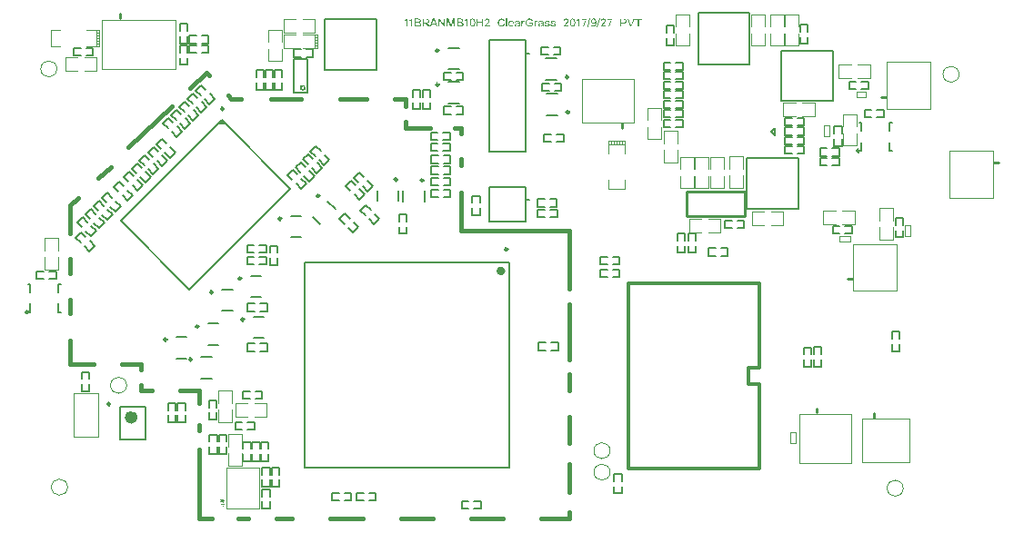
<source format=gto>
G04 Layer_Color=65535*
%FSLAX25Y25*%
%MOIN*%
G70*
G01*
G75*
%ADD11C,0.00500*%
%ADD12C,0.00600*%
%ADD13C,0.01000*%
%ADD14C,0.01500*%
%ADD18C,0.00787*%
%ADD142C,0.00984*%
%ADD143C,0.00984*%
%ADD144C,0.00394*%
%ADD145C,0.01575*%
%ADD146C,0.02362*%
%ADD147C,0.00400*%
%ADD148C,0.00787*%
%ADD149C,0.00402*%
%ADD150C,0.01181*%
G36*
X229124Y185442D02*
X228122D01*
Y182846D01*
X227725D01*
Y185442D01*
X226708D01*
Y185770D01*
X229124D01*
Y185442D01*
D02*
G37*
G36*
X150275Y185766D02*
X150326Y185761D01*
X150390Y185752D01*
X150464Y185738D01*
X150548Y185720D01*
X150640Y185692D01*
X150732Y185655D01*
X150829Y185613D01*
X150922Y185558D01*
X151005Y185488D01*
X151083Y185410D01*
X151153Y185318D01*
X151208Y185207D01*
X151227Y185147D01*
X151245Y185087D01*
X151259Y185017D01*
X151264Y184943D01*
Y184934D01*
Y184911D01*
X151259Y184874D01*
X151250Y184828D01*
X151241Y184768D01*
X151222Y184703D01*
X151194Y184634D01*
X151162Y184564D01*
X151116Y184491D01*
X151060Y184417D01*
X150996Y184347D01*
X150917Y184283D01*
X150820Y184227D01*
X150709Y184181D01*
X150584Y184149D01*
X150511Y184135D01*
X150437Y184126D01*
X151467Y182846D01*
X150949D01*
X150007Y184098D01*
X149277D01*
Y182846D01*
X148893D01*
Y185770D01*
X150256D01*
X150275Y185766D01*
D02*
G37*
G36*
X222620D02*
X222666Y185761D01*
X222726Y185752D01*
X222800Y185733D01*
X222878Y185715D01*
X222966Y185683D01*
X223058Y185646D01*
X223151Y185599D01*
X223238Y185539D01*
X223326Y185470D01*
X223400Y185387D01*
X223469Y185285D01*
X223525Y185174D01*
X223567Y185045D01*
X223580Y184971D01*
X223590Y184897D01*
Y184893D01*
Y184888D01*
Y184874D01*
X223585Y184860D01*
X223580Y184814D01*
X223571Y184759D01*
X223553Y184689D01*
X223530Y184611D01*
X223497Y184528D01*
X223451Y184444D01*
X223396Y184361D01*
X223326Y184278D01*
X223238Y184200D01*
X223137Y184130D01*
X223081Y184102D01*
X223017Y184070D01*
X222948Y184047D01*
X222878Y184024D01*
X222800Y184010D01*
X222716Y183996D01*
X222629Y183987D01*
X222532Y183982D01*
X221732D01*
Y182846D01*
X221335D01*
Y185770D01*
X222601D01*
X222620Y185766D01*
D02*
G37*
G36*
X215103Y185807D02*
X215135D01*
X215172Y185803D01*
X215255Y185784D01*
X215352Y185761D01*
X215454Y185724D01*
X215556Y185669D01*
X215606Y185636D01*
X215652Y185599D01*
X215657Y185595D01*
X215662Y185590D01*
X215676Y185576D01*
X215689Y185563D01*
X215713Y185539D01*
X215731Y185512D01*
X215777Y185447D01*
X215823Y185364D01*
X215865Y185262D01*
X215893Y185147D01*
X215897Y185082D01*
X215902Y185013D01*
Y185008D01*
Y185003D01*
Y184990D01*
Y184971D01*
X215897Y184925D01*
X215888Y184870D01*
X215879Y184805D01*
X215860Y184736D01*
X215833Y184666D01*
X215800Y184597D01*
X215796Y184588D01*
X215782Y184564D01*
X215759Y184532D01*
X215726Y184481D01*
X215685Y184421D01*
X215634Y184352D01*
X215569Y184274D01*
X215500Y184186D01*
X215495Y184181D01*
X215482Y184163D01*
X215454Y184135D01*
X215426Y184098D01*
X215385Y184052D01*
X215343Y184001D01*
X215292Y183941D01*
X215241Y183876D01*
X215237Y183867D01*
X215218Y183844D01*
X215191Y183811D01*
X215154Y183765D01*
X215112Y183714D01*
X215066Y183659D01*
X214960Y183539D01*
X214950Y183530D01*
X214932Y183507D01*
X214899Y183470D01*
X214858Y183423D01*
X214812Y183368D01*
X214752Y183303D01*
X214691Y183239D01*
X214627Y183169D01*
X215944D01*
Y182846D01*
X214128D01*
Y183114D01*
X214132Y183118D01*
X214137Y183123D01*
X214151Y183137D01*
X214170Y183155D01*
X214211Y183206D01*
X214266Y183271D01*
X214336Y183350D01*
X214405Y183433D01*
X214484Y183520D01*
X214558Y183613D01*
Y183617D01*
X214567Y183622D01*
X214585Y183645D01*
X214622Y183687D01*
X214664Y183738D01*
X214715Y183798D01*
X214775Y183862D01*
X214835Y183936D01*
X214899Y184010D01*
Y184015D01*
X214909Y184019D01*
X214927Y184043D01*
X214960Y184079D01*
X214997Y184126D01*
X215043Y184177D01*
X215089Y184232D01*
X215130Y184283D01*
X215172Y184329D01*
X215177Y184334D01*
X215181Y184338D01*
X215204Y184366D01*
X215241Y184407D01*
X215283Y184458D01*
X215329Y184518D01*
X215380Y184578D01*
X215426Y184643D01*
X215463Y184698D01*
X215468Y184703D01*
X215477Y184722D01*
X215495Y184754D01*
X215514Y184791D01*
X215528Y184837D01*
X215546Y184893D01*
X215556Y184948D01*
X215560Y185013D01*
Y185017D01*
Y185022D01*
Y185050D01*
X215551Y185087D01*
X215542Y185137D01*
X215528Y185188D01*
X215500Y185248D01*
X215468Y185304D01*
X215422Y185355D01*
X215417Y185359D01*
X215398Y185373D01*
X215366Y185396D01*
X215324Y185419D01*
X215269Y185442D01*
X215204Y185465D01*
X215130Y185479D01*
X215043Y185484D01*
X214992D01*
X214941Y185475D01*
X214872Y185465D01*
X214802Y185447D01*
X214724Y185419D01*
X214655Y185382D01*
X214590Y185331D01*
X214585Y185327D01*
X214567Y185304D01*
X214544Y185271D01*
X214516Y185230D01*
X214488Y185170D01*
X214465Y185105D01*
X214447Y185031D01*
X214442Y184943D01*
X214128D01*
Y184948D01*
Y184962D01*
Y184980D01*
X214132Y185003D01*
X214137Y185036D01*
X214142Y185073D01*
X214156Y185161D01*
X214183Y185257D01*
X214229Y185359D01*
X214253Y185415D01*
X214285Y185465D01*
X214322Y185516D01*
X214364Y185563D01*
X214368Y185567D01*
X214373Y185572D01*
X214387Y185586D01*
X214410Y185599D01*
X214433Y185623D01*
X214460Y185641D01*
X214497Y185664D01*
X214539Y185687D01*
X214581Y185710D01*
X214632Y185733D01*
X214687Y185757D01*
X214752Y185775D01*
X214816Y185789D01*
X214886Y185803D01*
X214964Y185807D01*
X215043Y185812D01*
X215080D01*
X215103Y185807D01*
D02*
G37*
G36*
X218272Y185498D02*
X217173Y182846D01*
X216771D01*
X217889Y185442D01*
X216484D01*
Y185770D01*
X218272D01*
Y185498D01*
D02*
G37*
G36*
X211610Y185807D02*
X211642Y185803D01*
X211684Y185798D01*
X211781Y185780D01*
X211883Y185752D01*
X211993Y185706D01*
X212049Y185678D01*
X212100Y185646D01*
X212151Y185609D01*
X212197Y185563D01*
X212201Y185558D01*
X212206Y185553D01*
X212220Y185535D01*
X212234Y185516D01*
X212257Y185493D01*
X212275Y185461D01*
X212298Y185424D01*
X212326Y185382D01*
X212349Y185336D01*
X212372Y185285D01*
X212400Y185225D01*
X212423Y185165D01*
X212442Y185100D01*
X212460Y185027D01*
X212474Y184953D01*
X212483Y184870D01*
Y184860D01*
X212488Y184842D01*
Y184809D01*
X212492Y184768D01*
X212497Y184717D01*
Y184662D01*
X212502Y184597D01*
X212506Y184532D01*
Y184523D01*
Y184504D01*
Y184467D01*
X212511Y184421D01*
X212506Y184371D01*
Y184310D01*
X212497Y184186D01*
Y184181D01*
Y184172D01*
Y184158D01*
X212492Y184135D01*
Y184112D01*
Y184084D01*
X212483Y184010D01*
X212474Y183927D01*
X212465Y183839D01*
X212432Y183645D01*
Y183641D01*
Y183636D01*
X212428Y183622D01*
X212423Y183604D01*
X212414Y183557D01*
X212395Y183497D01*
X212372Y183428D01*
X212345Y183359D01*
X212312Y183285D01*
X212271Y183211D01*
X212266Y183202D01*
X212252Y183183D01*
X212224Y183146D01*
X212192Y183109D01*
X212146Y183063D01*
X212095Y183012D01*
X212035Y182966D01*
X211970Y182920D01*
X211961Y182915D01*
X211938Y182901D01*
X211896Y182883D01*
X211841Y182864D01*
X211776Y182841D01*
X211693Y182823D01*
X211601Y182809D01*
X211499Y182804D01*
X211471D01*
X211439Y182809D01*
X211393Y182814D01*
X211342Y182823D01*
X211282Y182832D01*
X211213Y182851D01*
X211143Y182874D01*
X211069Y182901D01*
X210996Y182938D01*
X210926Y182984D01*
X210852Y183035D01*
X210788Y183100D01*
X210728Y183174D01*
X210672Y183257D01*
X210626Y183354D01*
X210926Y183497D01*
Y183493D01*
X210935Y183484D01*
X210945Y183465D01*
X210959Y183442D01*
X211000Y183382D01*
X211023Y183345D01*
X211056Y183312D01*
X211092Y183280D01*
X211134Y183243D01*
X211180Y183215D01*
X211236Y183188D01*
X211291Y183160D01*
X211356Y183142D01*
X211425Y183132D01*
X211499Y183128D01*
X211531D01*
X211555Y183132D01*
X211578Y183137D01*
X211610Y183142D01*
X211684Y183165D01*
X211758Y183197D01*
X211799Y183220D01*
X211836Y183248D01*
X211878Y183280D01*
X211910Y183317D01*
X211947Y183359D01*
X211975Y183410D01*
Y183414D01*
X211980Y183423D01*
X211989Y183437D01*
X211998Y183460D01*
X212012Y183493D01*
X212026Y183530D01*
X212040Y183571D01*
X212053Y183617D01*
X212072Y183673D01*
X212086Y183733D01*
X212100Y183798D01*
X212114Y183871D01*
X212127Y183946D01*
X212141Y184029D01*
X212151Y184121D01*
X212155Y184213D01*
X212151Y184209D01*
X212137Y184190D01*
X212109Y184163D01*
X212077Y184135D01*
X212030Y184098D01*
X211980Y184061D01*
X211924Y184029D01*
X211859Y183996D01*
X211850Y183992D01*
X211827Y183987D01*
X211795Y183973D01*
X211749Y183964D01*
X211693Y183950D01*
X211629Y183936D01*
X211559Y183932D01*
X211485Y183927D01*
X211448D01*
X211425Y183932D01*
X211393Y183936D01*
X211361Y183941D01*
X211273Y183959D01*
X211180Y183987D01*
X211079Y184033D01*
X211028Y184066D01*
X210977Y184098D01*
X210926Y184135D01*
X210880Y184181D01*
X210875Y184186D01*
X210871Y184195D01*
X210857Y184209D01*
X210843Y184227D01*
X210825Y184255D01*
X210806Y184283D01*
X210783Y184320D01*
X210760Y184361D01*
X210737Y184407D01*
X210714Y184458D01*
X210677Y184569D01*
X210649Y184698D01*
X210644Y184768D01*
X210640Y184842D01*
Y184846D01*
Y184860D01*
Y184883D01*
X210644Y184911D01*
X210649Y184948D01*
X210654Y184994D01*
X210663Y185040D01*
X210672Y185091D01*
X210704Y185202D01*
X210728Y185257D01*
X210751Y185318D01*
X210783Y185378D01*
X210815Y185433D01*
X210857Y185488D01*
X210903Y185539D01*
X210908Y185544D01*
X210917Y185553D01*
X210931Y185563D01*
X210949Y185581D01*
X210977Y185604D01*
X211009Y185627D01*
X211042Y185650D01*
X211083Y185678D01*
X211176Y185724D01*
X211287Y185770D01*
X211347Y185789D01*
X211407Y185798D01*
X211471Y185807D01*
X211541Y185812D01*
X211582D01*
X211610Y185807D01*
D02*
G37*
G36*
X203908D02*
X203973Y185793D01*
X204052Y185780D01*
X204130Y185757D01*
X204213Y185724D01*
X204287Y185678D01*
X204296Y185673D01*
X204320Y185655D01*
X204357Y185623D01*
X204398Y185586D01*
X204449Y185535D01*
X204500Y185475D01*
X204546Y185405D01*
X204592Y185327D01*
X204597Y185318D01*
X204611Y185290D01*
X204629Y185244D01*
X204657Y185188D01*
X204680Y185114D01*
X204708Y185031D01*
X204731Y184939D01*
X204749Y184842D01*
Y184837D01*
Y184828D01*
X204754Y184814D01*
X204759Y184795D01*
Y184772D01*
X204763Y184740D01*
X204772Y184671D01*
X204782Y184588D01*
X204786Y184495D01*
X204796Y184398D01*
Y184297D01*
Y184292D01*
Y184283D01*
Y184269D01*
Y184250D01*
Y184227D01*
Y184200D01*
X204791Y184130D01*
X204786Y184047D01*
X204777Y183959D01*
X204763Y183862D01*
X204749Y183761D01*
Y183756D01*
Y183747D01*
X204745Y183733D01*
X204740Y183714D01*
X204731Y183668D01*
X204712Y183604D01*
X204694Y183530D01*
X204666Y183451D01*
X204634Y183368D01*
X204592Y183285D01*
X204588Y183276D01*
X204574Y183248D01*
X204546Y183211D01*
X204514Y183160D01*
X204472Y183109D01*
X204417Y183049D01*
X204361Y182994D01*
X204292Y182938D01*
X204283Y182934D01*
X204260Y182920D01*
X204218Y182897D01*
X204163Y182874D01*
X204093Y182846D01*
X204010Y182827D01*
X203913Y182809D01*
X203807Y182804D01*
X203756D01*
X203700Y182814D01*
X203636Y182823D01*
X203557Y182837D01*
X203474Y182860D01*
X203396Y182892D01*
X203322Y182938D01*
X203312Y182943D01*
X203289Y182961D01*
X203257Y182994D01*
X203216Y183031D01*
X203169Y183081D01*
X203118Y183142D01*
X203068Y183211D01*
X203021Y183285D01*
Y183289D01*
X203017Y183294D01*
X203003Y183322D01*
X202984Y183368D01*
X202957Y183423D01*
X202934Y183493D01*
X202906Y183576D01*
X202883Y183664D01*
X202864Y183761D01*
Y183765D01*
Y183774D01*
X202860Y183788D01*
Y183807D01*
X202855Y183830D01*
X202851Y183858D01*
X202846Y183927D01*
X202837Y184010D01*
X202827Y184098D01*
X202823Y184195D01*
Y184297D01*
Y184301D01*
Y184310D01*
Y184324D01*
Y184343D01*
Y184371D01*
X202827Y184398D01*
Y184467D01*
X202832Y184551D01*
X202841Y184643D01*
X202851Y184740D01*
X202864Y184842D01*
Y184846D01*
Y184856D01*
X202869Y184870D01*
X202874Y184888D01*
X202883Y184939D01*
X202901Y185003D01*
X202920Y185082D01*
X202947Y185161D01*
X202980Y185244D01*
X203021Y185327D01*
Y185331D01*
X203026Y185336D01*
X203045Y185364D01*
X203068Y185401D01*
X203105Y185452D01*
X203146Y185507D01*
X203197Y185567D01*
X203257Y185623D01*
X203322Y185678D01*
X203331Y185683D01*
X203354Y185701D01*
X203396Y185720D01*
X203451Y185747D01*
X203520Y185770D01*
X203604Y185793D01*
X203700Y185807D01*
X203807Y185812D01*
X203853D01*
X203908Y185807D01*
D02*
G37*
G36*
X143146Y182846D02*
X142804D01*
Y185327D01*
X142190Y184971D01*
Y185355D01*
X142892Y185770D01*
X143146D01*
Y182846D01*
D02*
G37*
G36*
X147286Y185780D02*
X147332Y185775D01*
X147387Y185766D01*
X147457Y185757D01*
X147531Y185738D01*
X147614Y185710D01*
X147702Y185683D01*
X147789Y185641D01*
X147872Y185595D01*
X147956Y185539D01*
X148029Y185475D01*
X148099Y185396D01*
X148154Y185304D01*
X148196Y185202D01*
X148210Y185147D01*
X148219Y185087D01*
Y185082D01*
Y185064D01*
X148214Y185031D01*
X148210Y184994D01*
X148201Y184953D01*
X148187Y184897D01*
X148168Y184846D01*
X148145Y184786D01*
X148113Y184726D01*
X148071Y184666D01*
X148025Y184611D01*
X147965Y184555D01*
X147896Y184504D01*
X147817Y184463D01*
X147725Y184426D01*
X147618Y184398D01*
Y184384D01*
X147628D01*
X147646Y184380D01*
X147678Y184371D01*
X147725Y184357D01*
X147775Y184338D01*
X147831Y184315D01*
X147896Y184283D01*
X147960Y184250D01*
X148025Y184204D01*
X148090Y184158D01*
X148150Y184098D01*
X148205Y184033D01*
X148251Y183959D01*
X148293Y183876D01*
X148321Y183784D01*
X148335Y183682D01*
Y183673D01*
X148330Y183645D01*
X148325Y183604D01*
X148316Y183553D01*
X148302Y183488D01*
X148279Y183419D01*
X148247Y183340D01*
X148201Y183266D01*
X148150Y183188D01*
X148080Y183109D01*
X147997Y183040D01*
X147900Y182975D01*
X147845Y182948D01*
X147785Y182924D01*
X147720Y182901D01*
X147651Y182883D01*
X147577Y182869D01*
X147494Y182855D01*
X147411Y182851D01*
X147318Y182846D01*
X146034D01*
Y185784D01*
X147258D01*
X147286Y185780D01*
D02*
G37*
G36*
X145031Y182846D02*
X144689D01*
Y185327D01*
X144075Y184971D01*
Y185355D01*
X144777Y185770D01*
X145031D01*
Y182846D01*
D02*
G37*
G36*
X172608Y185807D02*
X172640D01*
X172677Y185803D01*
X172760Y185784D01*
X172857Y185761D01*
X172959Y185724D01*
X173061Y185669D01*
X173111Y185636D01*
X173158Y185599D01*
X173162Y185595D01*
X173167Y185590D01*
X173181Y185576D01*
X173195Y185563D01*
X173218Y185539D01*
X173236Y185512D01*
X173283Y185447D01*
X173329Y185364D01*
X173370Y185262D01*
X173398Y185147D01*
X173403Y185082D01*
X173407Y185013D01*
Y185008D01*
Y185003D01*
Y184990D01*
Y184971D01*
X173403Y184925D01*
X173393Y184870D01*
X173384Y184805D01*
X173366Y184736D01*
X173338Y184666D01*
X173306Y184597D01*
X173301Y184588D01*
X173287Y184564D01*
X173264Y184532D01*
X173232Y184481D01*
X173190Y184421D01*
X173139Y184352D01*
X173075Y184274D01*
X173005Y184186D01*
X173001Y184181D01*
X172987Y184163D01*
X172959Y184135D01*
X172931Y184098D01*
X172890Y184052D01*
X172848Y184001D01*
X172797Y183941D01*
X172747Y183876D01*
X172742Y183867D01*
X172723Y183844D01*
X172696Y183811D01*
X172659Y183765D01*
X172617Y183714D01*
X172571Y183659D01*
X172465Y183539D01*
X172456Y183530D01*
X172437Y183507D01*
X172405Y183470D01*
X172363Y183423D01*
X172317Y183368D01*
X172257Y183303D01*
X172197Y183239D01*
X172132Y183169D01*
X173449D01*
Y182846D01*
X171633D01*
Y183114D01*
X171638Y183118D01*
X171642Y183123D01*
X171656Y183137D01*
X171675Y183155D01*
X171716Y183206D01*
X171772Y183271D01*
X171841Y183350D01*
X171910Y183433D01*
X171989Y183520D01*
X172063Y183613D01*
Y183617D01*
X172072Y183622D01*
X172090Y183645D01*
X172127Y183687D01*
X172169Y183738D01*
X172220Y183798D01*
X172280Y183862D01*
X172340Y183936D01*
X172405Y184010D01*
Y184015D01*
X172414Y184019D01*
X172432Y184043D01*
X172465Y184079D01*
X172502Y184126D01*
X172548Y184177D01*
X172594Y184232D01*
X172636Y184283D01*
X172677Y184329D01*
X172682Y184334D01*
X172687Y184338D01*
X172710Y184366D01*
X172747Y184407D01*
X172788Y184458D01*
X172834Y184518D01*
X172885Y184578D01*
X172931Y184643D01*
X172968Y184698D01*
X172973Y184703D01*
X172982Y184722D01*
X173001Y184754D01*
X173019Y184791D01*
X173033Y184837D01*
X173052Y184893D01*
X173061Y184948D01*
X173065Y185013D01*
Y185017D01*
Y185022D01*
Y185050D01*
X173056Y185087D01*
X173047Y185137D01*
X173033Y185188D01*
X173005Y185248D01*
X172973Y185304D01*
X172927Y185355D01*
X172922Y185359D01*
X172904Y185373D01*
X172871Y185396D01*
X172830Y185419D01*
X172774Y185442D01*
X172710Y185465D01*
X172636Y185479D01*
X172548Y185484D01*
X172497D01*
X172446Y185475D01*
X172377Y185465D01*
X172308Y185447D01*
X172229Y185419D01*
X172160Y185382D01*
X172095Y185331D01*
X172090Y185327D01*
X172072Y185304D01*
X172049Y185271D01*
X172021Y185230D01*
X171994Y185170D01*
X171970Y185105D01*
X171952Y185031D01*
X171947Y184943D01*
X171633D01*
Y184948D01*
Y184962D01*
Y184980D01*
X171638Y185003D01*
X171642Y185036D01*
X171647Y185073D01*
X171661Y185161D01*
X171689Y185257D01*
X171735Y185359D01*
X171758Y185415D01*
X171790Y185465D01*
X171827Y185516D01*
X171869Y185563D01*
X171873Y185567D01*
X171878Y185572D01*
X171892Y185586D01*
X171915Y185599D01*
X171938Y185623D01*
X171966Y185641D01*
X172003Y185664D01*
X172044Y185687D01*
X172086Y185710D01*
X172137Y185733D01*
X172192Y185757D01*
X172257Y185775D01*
X172321Y185789D01*
X172391Y185803D01*
X172469Y185807D01*
X172548Y185812D01*
X172585D01*
X172608Y185807D01*
D02*
G37*
G36*
X179797Y182846D02*
X179409D01*
Y185844D01*
X179797D01*
Y182846D01*
D02*
G37*
G36*
X165244D02*
X164902D01*
Y185327D01*
X164287Y184971D01*
Y185355D01*
X164990Y185770D01*
X165244D01*
Y182846D01*
D02*
G37*
G36*
X154336D02*
X153906D01*
X153578Y183682D01*
X152248D01*
X151933Y182846D01*
X151508D01*
X152691Y185784D01*
X153135D01*
X154336Y182846D01*
D02*
G37*
G36*
X162767Y185780D02*
X162814Y185775D01*
X162869Y185766D01*
X162938Y185757D01*
X163012Y185738D01*
X163095Y185710D01*
X163183Y185683D01*
X163271Y185641D01*
X163354Y185595D01*
X163437Y185539D01*
X163511Y185475D01*
X163581Y185396D01*
X163636Y185304D01*
X163678Y185202D01*
X163691Y185147D01*
X163701Y185087D01*
Y185082D01*
Y185064D01*
X163696Y185031D01*
X163691Y184994D01*
X163682Y184953D01*
X163668Y184897D01*
X163650Y184846D01*
X163627Y184786D01*
X163594Y184726D01*
X163553Y184666D01*
X163506Y184611D01*
X163446Y184555D01*
X163377Y184504D01*
X163299Y184463D01*
X163206Y184426D01*
X163100Y184398D01*
Y184384D01*
X163109D01*
X163128Y184380D01*
X163160Y184371D01*
X163206Y184357D01*
X163257Y184338D01*
X163312Y184315D01*
X163377Y184283D01*
X163442Y184250D01*
X163506Y184204D01*
X163571Y184158D01*
X163631Y184098D01*
X163687Y184033D01*
X163733Y183959D01*
X163775Y183876D01*
X163802Y183784D01*
X163816Y183682D01*
Y183673D01*
X163812Y183645D01*
X163807Y183604D01*
X163798Y183553D01*
X163784Y183488D01*
X163761Y183419D01*
X163728Y183340D01*
X163682Y183266D01*
X163631Y183188D01*
X163562Y183109D01*
X163479Y183040D01*
X163382Y182975D01*
X163326Y182948D01*
X163266Y182924D01*
X163202Y182901D01*
X163132Y182883D01*
X163058Y182869D01*
X162975Y182855D01*
X162892Y182851D01*
X162800Y182846D01*
X161515D01*
Y185784D01*
X162740D01*
X162767Y185780D01*
D02*
G37*
G36*
X206209Y182846D02*
X205867D01*
Y185327D01*
X205253Y184971D01*
Y185355D01*
X205955Y185770D01*
X206209D01*
Y182846D01*
D02*
G37*
G36*
X208967Y185498D02*
X207868Y182846D01*
X207466D01*
X208584Y185442D01*
X207179D01*
Y185770D01*
X208967D01*
Y185498D01*
D02*
G37*
G36*
X201511Y185807D02*
X201543D01*
X201580Y185803D01*
X201663Y185784D01*
X201760Y185761D01*
X201862Y185724D01*
X201963Y185669D01*
X202014Y185636D01*
X202060Y185599D01*
X202065Y185595D01*
X202070Y185590D01*
X202083Y185576D01*
X202097Y185563D01*
X202120Y185539D01*
X202139Y185512D01*
X202185Y185447D01*
X202231Y185364D01*
X202273Y185262D01*
X202301Y185147D01*
X202305Y185082D01*
X202310Y185013D01*
Y185008D01*
Y185003D01*
Y184990D01*
Y184971D01*
X202305Y184925D01*
X202296Y184870D01*
X202287Y184805D01*
X202268Y184736D01*
X202241Y184666D01*
X202208Y184597D01*
X202204Y184588D01*
X202190Y184564D01*
X202167Y184532D01*
X202134Y184481D01*
X202093Y184421D01*
X202042Y184352D01*
X201977Y184274D01*
X201908Y184186D01*
X201903Y184181D01*
X201889Y184163D01*
X201862Y184135D01*
X201834Y184098D01*
X201793Y184052D01*
X201751Y184001D01*
X201700Y183941D01*
X201649Y183876D01*
X201645Y183867D01*
X201626Y183844D01*
X201599Y183811D01*
X201561Y183765D01*
X201520Y183714D01*
X201474Y183659D01*
X201367Y183539D01*
X201358Y183530D01*
X201340Y183507D01*
X201307Y183470D01*
X201266Y183423D01*
X201220Y183368D01*
X201160Y183303D01*
X201099Y183239D01*
X201035Y183169D01*
X202351D01*
Y182846D01*
X200536D01*
Y183114D01*
X200540Y183118D01*
X200545Y183123D01*
X200559Y183137D01*
X200577Y183155D01*
X200619Y183206D01*
X200675Y183271D01*
X200744Y183350D01*
X200813Y183433D01*
X200892Y183520D01*
X200965Y183613D01*
Y183617D01*
X200975Y183622D01*
X200993Y183645D01*
X201030Y183687D01*
X201072Y183738D01*
X201123Y183798D01*
X201183Y183862D01*
X201243Y183936D01*
X201307Y184010D01*
Y184015D01*
X201317Y184019D01*
X201335Y184043D01*
X201367Y184079D01*
X201404Y184126D01*
X201451Y184177D01*
X201497Y184232D01*
X201538Y184283D01*
X201580Y184329D01*
X201585Y184334D01*
X201589Y184338D01*
X201612Y184366D01*
X201649Y184407D01*
X201691Y184458D01*
X201737Y184518D01*
X201788Y184578D01*
X201834Y184643D01*
X201871Y184698D01*
X201876Y184703D01*
X201885Y184722D01*
X201903Y184754D01*
X201922Y184791D01*
X201936Y184837D01*
X201954Y184893D01*
X201963Y184948D01*
X201968Y185013D01*
Y185017D01*
Y185022D01*
Y185050D01*
X201959Y185087D01*
X201950Y185137D01*
X201936Y185188D01*
X201908Y185248D01*
X201876Y185304D01*
X201829Y185355D01*
X201825Y185359D01*
X201806Y185373D01*
X201774Y185396D01*
X201732Y185419D01*
X201677Y185442D01*
X201612Y185465D01*
X201538Y185479D01*
X201451Y185484D01*
X201400D01*
X201349Y185475D01*
X201280Y185465D01*
X201210Y185447D01*
X201132Y185419D01*
X201062Y185382D01*
X200998Y185331D01*
X200993Y185327D01*
X200975Y185304D01*
X200952Y185271D01*
X200924Y185230D01*
X200896Y185170D01*
X200873Y185105D01*
X200855Y185031D01*
X200850Y184943D01*
X200536D01*
Y184948D01*
Y184962D01*
Y184980D01*
X200540Y185003D01*
X200545Y185036D01*
X200550Y185073D01*
X200564Y185161D01*
X200591Y185257D01*
X200638Y185359D01*
X200661Y185415D01*
X200693Y185465D01*
X200730Y185516D01*
X200771Y185563D01*
X200776Y185567D01*
X200781Y185572D01*
X200795Y185586D01*
X200818Y185599D01*
X200841Y185623D01*
X200869Y185641D01*
X200905Y185664D01*
X200947Y185687D01*
X200989Y185710D01*
X201039Y185733D01*
X201095Y185757D01*
X201160Y185775D01*
X201224Y185789D01*
X201293Y185803D01*
X201372Y185807D01*
X201451Y185812D01*
X201488D01*
X201511Y185807D01*
D02*
G37*
G36*
X183802Y185022D02*
X183871Y185008D01*
X183950Y184994D01*
X184038Y184971D01*
X184121Y184939D01*
X184209Y184897D01*
X184292Y184846D01*
X184366Y184782D01*
X184435Y184703D01*
X184491Y184606D01*
X184532Y184495D01*
X184546Y184431D01*
X184551Y184361D01*
X184555Y184292D01*
Y184213D01*
Y184209D01*
Y184195D01*
Y184172D01*
Y184144D01*
Y184107D01*
Y184061D01*
Y184010D01*
Y183950D01*
Y183885D01*
Y183816D01*
Y183742D01*
Y183664D01*
Y183493D01*
Y183312D01*
Y183308D01*
Y183303D01*
Y183289D01*
Y183271D01*
X184560Y183220D01*
X184569Y183160D01*
X184583Y183086D01*
X184606Y183008D01*
X184634Y182929D01*
X184671Y182846D01*
X184315D01*
X184310Y182851D01*
X184297Y182869D01*
X184278Y182901D01*
X184260Y182943D01*
X184237Y182998D01*
X184218Y183068D01*
X184204Y183146D01*
X184200Y183239D01*
X184195Y183234D01*
X184186Y183220D01*
X184172Y183202D01*
X184149Y183174D01*
X184121Y183142D01*
X184089Y183105D01*
X184043Y183068D01*
X183992Y183026D01*
X183936Y182989D01*
X183867Y182948D01*
X183793Y182911D01*
X183710Y182878D01*
X183617Y182851D01*
X183516Y182827D01*
X183405Y182814D01*
X183285Y182804D01*
X183275D01*
X183257Y182809D01*
X183225D01*
X183183Y182818D01*
X183132Y182827D01*
X183077Y182841D01*
X183017Y182864D01*
X182952Y182887D01*
X182892Y182920D01*
X182827Y182961D01*
X182772Y183008D01*
X182721Y183068D01*
X182675Y183132D01*
X182638Y183211D01*
X182615Y183294D01*
X182601Y183396D01*
Y183400D01*
Y183423D01*
X182606Y183451D01*
X182615Y183488D01*
X182629Y183534D01*
X182647Y183585D01*
X182670Y183641D01*
X182703Y183701D01*
X182744Y183761D01*
X182795Y183816D01*
X182860Y183876D01*
X182934Y183927D01*
X183021Y183978D01*
X183123Y184015D01*
X183239Y184047D01*
X183373Y184070D01*
X183382D01*
X183405Y184075D01*
X183437Y184079D01*
X183483Y184089D01*
X183539Y184098D01*
X183599Y184107D01*
X183668Y184121D01*
X183738Y184135D01*
X183876Y184172D01*
X183945Y184190D01*
X184010Y184209D01*
X184070Y184227D01*
X184116Y184250D01*
X184158Y184274D01*
X184186Y184297D01*
Y184301D01*
Y184315D01*
Y184338D01*
X184181Y184371D01*
X184176Y184407D01*
X184167Y184444D01*
X184153Y184486D01*
X184135Y184528D01*
X184107Y184569D01*
X184070Y184611D01*
X184029Y184648D01*
X183973Y184685D01*
X183908Y184708D01*
X183835Y184731D01*
X183742Y184740D01*
X183617D01*
X183594Y184736D01*
X183557D01*
X183520Y184726D01*
X183474Y184717D01*
X183423Y184708D01*
X183373Y184689D01*
X183317Y184671D01*
X183266Y184643D01*
X183215Y184611D01*
X183165Y184574D01*
X183118Y184528D01*
X183081Y184472D01*
X183049Y184412D01*
X183026Y184343D01*
X182670Y184412D01*
Y184421D01*
X182679Y184440D01*
X182689Y184472D01*
X182707Y184509D01*
X182730Y184555D01*
X182763Y184611D01*
X182804Y184666D01*
X182851Y184726D01*
X182911Y184782D01*
X182980Y184837D01*
X183058Y184893D01*
X183151Y184939D01*
X183257Y184976D01*
X183373Y185003D01*
X183507Y185022D01*
X183654Y185027D01*
X183742D01*
X183802Y185022D01*
D02*
G37*
G36*
X192437D02*
X192506Y185008D01*
X192585Y184994D01*
X192673Y184971D01*
X192756Y184939D01*
X192844Y184897D01*
X192927Y184846D01*
X193001Y184782D01*
X193070Y184703D01*
X193125Y184606D01*
X193167Y184495D01*
X193181Y184431D01*
X193185Y184361D01*
X193190Y184292D01*
Y184213D01*
Y184209D01*
Y184195D01*
Y184172D01*
Y184144D01*
Y184107D01*
Y184061D01*
Y184010D01*
Y183950D01*
Y183885D01*
Y183816D01*
Y183742D01*
Y183664D01*
Y183493D01*
Y183312D01*
Y183308D01*
Y183303D01*
Y183289D01*
Y183271D01*
X193195Y183220D01*
X193204Y183160D01*
X193218Y183086D01*
X193241Y183008D01*
X193269Y182929D01*
X193306Y182846D01*
X192950D01*
X192945Y182851D01*
X192931Y182869D01*
X192913Y182901D01*
X192894Y182943D01*
X192871Y182998D01*
X192853Y183068D01*
X192839Y183146D01*
X192834Y183239D01*
X192830Y183234D01*
X192821Y183220D01*
X192807Y183202D01*
X192783Y183174D01*
X192756Y183142D01*
X192723Y183105D01*
X192677Y183068D01*
X192626Y183026D01*
X192571Y182989D01*
X192502Y182948D01*
X192428Y182911D01*
X192345Y182878D01*
X192252Y182851D01*
X192150Y182827D01*
X192040Y182814D01*
X191920Y182804D01*
X191910D01*
X191892Y182809D01*
X191859D01*
X191818Y182818D01*
X191767Y182827D01*
X191712Y182841D01*
X191652Y182864D01*
X191587Y182887D01*
X191527Y182920D01*
X191462Y182961D01*
X191407Y183008D01*
X191356Y183068D01*
X191310Y183132D01*
X191273Y183211D01*
X191250Y183294D01*
X191236Y183396D01*
Y183400D01*
Y183423D01*
X191240Y183451D01*
X191250Y183488D01*
X191263Y183534D01*
X191282Y183585D01*
X191305Y183641D01*
X191337Y183701D01*
X191379Y183761D01*
X191430Y183816D01*
X191495Y183876D01*
X191568Y183927D01*
X191656Y183978D01*
X191758Y184015D01*
X191873Y184047D01*
X192007Y184070D01*
X192017D01*
X192040Y184075D01*
X192072Y184079D01*
X192118Y184089D01*
X192174Y184098D01*
X192234Y184107D01*
X192303Y184121D01*
X192372Y184135D01*
X192511Y184172D01*
X192580Y184190D01*
X192645Y184209D01*
X192705Y184227D01*
X192751Y184250D01*
X192793Y184274D01*
X192821Y184297D01*
Y184301D01*
Y184315D01*
Y184338D01*
X192816Y184371D01*
X192811Y184407D01*
X192802Y184444D01*
X192788Y184486D01*
X192770Y184528D01*
X192742Y184569D01*
X192705Y184611D01*
X192663Y184648D01*
X192608Y184685D01*
X192543Y184708D01*
X192469Y184731D01*
X192377Y184740D01*
X192252D01*
X192229Y184736D01*
X192192D01*
X192155Y184726D01*
X192109Y184717D01*
X192058Y184708D01*
X192007Y184689D01*
X191952Y184671D01*
X191901Y184643D01*
X191850Y184611D01*
X191799Y184574D01*
X191753Y184528D01*
X191716Y184472D01*
X191684Y184412D01*
X191661Y184343D01*
X191305Y184412D01*
Y184421D01*
X191314Y184440D01*
X191324Y184472D01*
X191342Y184509D01*
X191365Y184555D01*
X191398Y184611D01*
X191439Y184666D01*
X191485Y184726D01*
X191545Y184782D01*
X191615Y184837D01*
X191693Y184893D01*
X191786Y184939D01*
X191892Y184976D01*
X192007Y185003D01*
X192141Y185022D01*
X192289Y185027D01*
X192377D01*
X192437Y185022D01*
D02*
G37*
G36*
X181284D02*
X181335Y185017D01*
X181400Y185008D01*
X181478Y184990D01*
X181566Y184962D01*
X181658Y184925D01*
X181755Y184879D01*
X181853Y184819D01*
X181945Y184740D01*
X182033Y184648D01*
X182074Y184597D01*
X182111Y184541D01*
X182148Y184477D01*
X182181Y184407D01*
X182208Y184338D01*
X182231Y184260D01*
X182255Y184172D01*
X182268Y184084D01*
X182278Y183987D01*
X182282Y183885D01*
Y183881D01*
Y183876D01*
Y183853D01*
Y183825D01*
Y183798D01*
X180596D01*
Y183788D01*
X180601Y183770D01*
X180605Y183738D01*
X180610Y183691D01*
X180624Y183641D01*
X180638Y183585D01*
X180661Y183525D01*
X180688Y183460D01*
X180725Y183396D01*
X180772Y183331D01*
X180827Y183276D01*
X180892Y183220D01*
X180965Y183174D01*
X181053Y183137D01*
X181150Y183114D01*
X181266Y183100D01*
X181289D01*
X181312Y183105D01*
X181344D01*
X181386Y183114D01*
X181432Y183123D01*
X181478Y183132D01*
X181534Y183151D01*
X181585Y183174D01*
X181640Y183202D01*
X181691Y183234D01*
X181742Y183276D01*
X181783Y183322D01*
X181825Y183377D01*
X181857Y183437D01*
X181885Y183511D01*
X182282Y183442D01*
X182278Y183433D01*
X182273Y183414D01*
X182259Y183382D01*
X182236Y183340D01*
X182208Y183294D01*
X182176Y183239D01*
X182130Y183183D01*
X182079Y183123D01*
X182014Y183063D01*
X181945Y183008D01*
X181862Y182952D01*
X181774Y182906D01*
X181668Y182864D01*
X181552Y182832D01*
X181423Y182814D01*
X181284Y182804D01*
X181257D01*
X181238Y182809D01*
X181215D01*
X181187Y182814D01*
X181123Y182827D01*
X181040Y182846D01*
X180952Y182874D01*
X180855Y182911D01*
X180758Y182957D01*
X180656Y183012D01*
X180559Y183086D01*
X180467Y183174D01*
X180383Y183280D01*
X180347Y183336D01*
X180314Y183400D01*
X180282Y183470D01*
X180254Y183539D01*
X180231Y183617D01*
X180212Y183701D01*
X180203Y183793D01*
X180194Y183885D01*
Y183890D01*
Y183899D01*
Y183913D01*
X180199Y183932D01*
X180203Y183959D01*
Y183987D01*
X180217Y184056D01*
X180236Y184144D01*
X180263Y184237D01*
X180296Y184338D01*
X180342Y184440D01*
X180397Y184546D01*
X180471Y184648D01*
X180554Y184745D01*
X180656Y184833D01*
X180772Y184906D01*
X180836Y184939D01*
X180905Y184967D01*
X180984Y184990D01*
X181063Y185008D01*
X181146Y185022D01*
X181238Y185027D01*
X181266D01*
X181284Y185022D01*
D02*
G37*
G36*
X196734D02*
X196784Y185017D01*
X196840Y185008D01*
X196909Y184999D01*
X196978Y184980D01*
X197052Y184957D01*
X197131Y184930D01*
X197209Y184893D01*
X197283Y184846D01*
X197353Y184791D01*
X197417Y184731D01*
X197473Y184657D01*
X197519Y184569D01*
X197551Y184472D01*
X197182Y184398D01*
Y184403D01*
X197177Y184412D01*
X197172Y184431D01*
X197163Y184454D01*
X197131Y184509D01*
X197112Y184541D01*
X197089Y184578D01*
X197057Y184611D01*
X197025Y184643D01*
X196983Y184671D01*
X196937Y184698D01*
X196886Y184722D01*
X196831Y184740D01*
X196766Y184749D01*
X196692Y184754D01*
X196674D01*
X196650Y184749D01*
X196623D01*
X196586Y184740D01*
X196549Y184731D01*
X196461Y184708D01*
X196378Y184666D01*
X196336Y184643D01*
X196299Y184611D01*
X196272Y184574D01*
X196244Y184532D01*
X196230Y184481D01*
X196221Y184426D01*
Y184421D01*
Y184417D01*
X196225Y184389D01*
X196230Y184366D01*
X196239Y184343D01*
X196253Y184320D01*
X196272Y184292D01*
X196299Y184264D01*
X196332Y184237D01*
X196373Y184209D01*
X196429Y184181D01*
X196489Y184153D01*
X196563Y184130D01*
X196650Y184102D01*
X196752Y184084D01*
X196761D01*
X196784Y184079D01*
X196817Y184075D01*
X196868Y184056D01*
X196886D01*
X196905Y184052D01*
X196932Y184047D01*
X196988Y184038D01*
X197015Y184033D01*
X197038Y184029D01*
X197048D01*
X197066Y184024D01*
X197099Y184015D01*
X197135Y184001D01*
X197182Y183982D01*
X197237Y183959D01*
X197293Y183932D01*
X197348Y183899D01*
X197408Y183862D01*
X197464Y183821D01*
X197514Y183770D01*
X197556Y183714D01*
X197593Y183654D01*
X197621Y183585D01*
X197639Y183511D01*
Y183428D01*
Y183423D01*
Y183400D01*
X197634Y183373D01*
X197625Y183331D01*
X197611Y183285D01*
X197588Y183234D01*
X197561Y183178D01*
X197524Y183123D01*
X197477Y183063D01*
X197417Y183008D01*
X197343Y182957D01*
X197260Y182906D01*
X197159Y182869D01*
X197043Y182837D01*
X196974Y182823D01*
X196905Y182814D01*
X196831Y182809D01*
X196752Y182804D01*
X196674D01*
X196618Y182809D01*
X196553Y182814D01*
X196475Y182827D01*
X196396Y182846D01*
X196313Y182869D01*
X196225Y182901D01*
X196138Y182943D01*
X196054Y182994D01*
X195981Y183058D01*
X195907Y183137D01*
X195847Y183229D01*
X195800Y183336D01*
X195763Y183456D01*
X196138Y183511D01*
Y183507D01*
X196142Y183493D01*
X196151Y183474D01*
X196161Y183447D01*
X196175Y183414D01*
X196193Y183377D01*
X196221Y183340D01*
X196248Y183299D01*
X196285Y183262D01*
X196327Y183225D01*
X196378Y183188D01*
X196433Y183155D01*
X196498Y183132D01*
X196572Y183109D01*
X196650Y183100D01*
X196743Y183095D01*
X196766D01*
X196789Y183100D01*
X196821D01*
X196863Y183109D01*
X196905Y183114D01*
X196997Y183142D01*
X197048Y183160D01*
X197094Y183183D01*
X197135Y183211D01*
X197177Y183243D01*
X197209Y183285D01*
X197237Y183331D01*
X197256Y183382D01*
X197265Y183442D01*
Y183447D01*
Y183451D01*
X197260Y183479D01*
X197251Y183520D01*
X197237Y183548D01*
X197219Y183571D01*
X197196Y183599D01*
X197168Y183627D01*
X197131Y183654D01*
X197089Y183682D01*
X197038Y183705D01*
X196974Y183733D01*
X196905Y183751D01*
X196821Y183770D01*
X196817D01*
X196798Y183779D01*
X196771Y183784D01*
X196738Y183793D01*
X196697Y183807D01*
X196646Y183816D01*
X196590Y183830D01*
X196535Y183839D01*
X196526D01*
X196503Y183848D01*
X196470Y183858D01*
X196424Y183867D01*
X196369Y183885D01*
X196309Y183908D01*
X196244Y183932D01*
X196175Y183964D01*
X196110Y184001D01*
X196045Y184043D01*
X195985Y184089D01*
X195934Y184140D01*
X195893Y184200D01*
X195860Y184264D01*
X195842Y184334D01*
X195837Y184412D01*
Y184417D01*
X195842Y184440D01*
X195847Y184467D01*
X195856Y184504D01*
X195870Y184551D01*
X195893Y184601D01*
X195921Y184652D01*
X195957Y184708D01*
X196004Y184763D01*
X196059Y184819D01*
X196124Y184874D01*
X196202Y184920D01*
X196295Y184962D01*
X196406Y184994D01*
X196526Y185017D01*
X196664Y185027D01*
X196697D01*
X196734Y185022D01*
D02*
G37*
G36*
X171060Y182846D02*
X170663D01*
Y184186D01*
X169046D01*
Y182846D01*
X168663D01*
Y185770D01*
X169046D01*
Y184514D01*
X170663D01*
Y185770D01*
X171060D01*
Y182846D01*
D02*
G37*
G36*
X75214Y9306D02*
Y9040D01*
X75644Y8946D01*
Y9220D01*
X75799Y9187D01*
Y8913D01*
X76317Y8802D01*
Y8639D01*
X75799Y8749D01*
Y8450D01*
X76317Y8337D01*
Y8176D01*
X75799Y8287D01*
Y8004D01*
X75644Y8038D01*
Y8320D01*
X75214Y8406D01*
Y8123D01*
X75062Y8157D01*
Y8442D01*
X74564Y8545D01*
Y8705D01*
X75062Y8603D01*
Y8905D01*
X74564Y9015D01*
Y9179D01*
X75062Y9065D01*
Y9340D01*
X75214Y9306D01*
D02*
G37*
G36*
X194548Y185022D02*
X194599Y185017D01*
X194655Y185008D01*
X194724Y184999D01*
X194793Y184980D01*
X194867Y184957D01*
X194946Y184930D01*
X195024Y184893D01*
X195098Y184846D01*
X195167Y184791D01*
X195232Y184731D01*
X195288Y184657D01*
X195334Y184569D01*
X195366Y184472D01*
X194997Y184398D01*
Y184403D01*
X194992Y184412D01*
X194987Y184431D01*
X194978Y184454D01*
X194946Y184509D01*
X194927Y184541D01*
X194904Y184578D01*
X194872Y184611D01*
X194839Y184643D01*
X194798Y184671D01*
X194752Y184698D01*
X194701Y184722D01*
X194645Y184740D01*
X194581Y184749D01*
X194507Y184754D01*
X194488D01*
X194465Y184749D01*
X194437D01*
X194401Y184740D01*
X194363Y184731D01*
X194276Y184708D01*
X194193Y184666D01*
X194151Y184643D01*
X194114Y184611D01*
X194086Y184574D01*
X194059Y184532D01*
X194045Y184481D01*
X194035Y184426D01*
Y184421D01*
Y184417D01*
X194040Y184389D01*
X194045Y184366D01*
X194054Y184343D01*
X194068Y184320D01*
X194086Y184292D01*
X194114Y184264D01*
X194146Y184237D01*
X194188Y184209D01*
X194243Y184181D01*
X194304Y184153D01*
X194377Y184130D01*
X194465Y184102D01*
X194567Y184084D01*
X194576D01*
X194599Y184079D01*
X194632Y184075D01*
X194682Y184056D01*
X194701D01*
X194719Y184052D01*
X194747Y184047D01*
X194802Y184038D01*
X194830Y184033D01*
X194853Y184029D01*
X194862D01*
X194881Y184024D01*
X194913Y184015D01*
X194950Y184001D01*
X194997Y183982D01*
X195052Y183959D01*
X195107Y183932D01*
X195163Y183899D01*
X195223Y183862D01*
X195278Y183821D01*
X195329Y183770D01*
X195371Y183714D01*
X195408Y183654D01*
X195435Y183585D01*
X195454Y183511D01*
Y183428D01*
Y183423D01*
Y183400D01*
X195449Y183373D01*
X195440Y183331D01*
X195426Y183285D01*
X195403Y183234D01*
X195375Y183178D01*
X195338Y183123D01*
X195292Y183063D01*
X195232Y183008D01*
X195158Y182957D01*
X195075Y182906D01*
X194973Y182869D01*
X194858Y182837D01*
X194789Y182823D01*
X194719Y182814D01*
X194645Y182809D01*
X194567Y182804D01*
X194488D01*
X194433Y182809D01*
X194368Y182814D01*
X194290Y182827D01*
X194211Y182846D01*
X194128Y182869D01*
X194040Y182901D01*
X193952Y182943D01*
X193869Y182994D01*
X193795Y183058D01*
X193721Y183137D01*
X193661Y183229D01*
X193615Y183336D01*
X193578Y183456D01*
X193952Y183511D01*
Y183507D01*
X193957Y183493D01*
X193966Y183474D01*
X193975Y183447D01*
X193989Y183414D01*
X194008Y183377D01*
X194035Y183340D01*
X194063Y183299D01*
X194100Y183262D01*
X194142Y183225D01*
X194193Y183188D01*
X194248Y183155D01*
X194313Y183132D01*
X194387Y183109D01*
X194465Y183100D01*
X194558Y183095D01*
X194581D01*
X194604Y183100D01*
X194636D01*
X194678Y183109D01*
X194719Y183114D01*
X194812Y183142D01*
X194862Y183160D01*
X194909Y183183D01*
X194950Y183211D01*
X194992Y183243D01*
X195024Y183285D01*
X195052Y183331D01*
X195070Y183382D01*
X195080Y183442D01*
Y183447D01*
Y183451D01*
X195075Y183479D01*
X195066Y183520D01*
X195052Y183548D01*
X195033Y183571D01*
X195010Y183599D01*
X194983Y183627D01*
X194946Y183654D01*
X194904Y183682D01*
X194853Y183705D01*
X194789Y183733D01*
X194719Y183751D01*
X194636Y183770D01*
X194632D01*
X194613Y183779D01*
X194585Y183784D01*
X194553Y183793D01*
X194511Y183807D01*
X194460Y183816D01*
X194405Y183830D01*
X194350Y183839D01*
X194340D01*
X194317Y183848D01*
X194285Y183858D01*
X194239Y183867D01*
X194183Y183885D01*
X194123Y183908D01*
X194059Y183932D01*
X193989Y183964D01*
X193925Y184001D01*
X193860Y184043D01*
X193800Y184089D01*
X193749Y184140D01*
X193708Y184200D01*
X193675Y184264D01*
X193657Y184334D01*
X193652Y184412D01*
Y184417D01*
X193657Y184440D01*
X193661Y184467D01*
X193670Y184504D01*
X193684Y184551D01*
X193708Y184601D01*
X193735Y184652D01*
X193772Y184708D01*
X193818Y184763D01*
X193874Y184819D01*
X193939Y184874D01*
X194017Y184920D01*
X194109Y184962D01*
X194220Y184994D01*
X194340Y185017D01*
X194479Y185027D01*
X194511D01*
X194548Y185022D01*
D02*
G37*
G36*
X75971Y7644D02*
X76300D01*
Y7436D01*
X75971D01*
Y6597D01*
X75816D01*
X74547Y7489D01*
Y7644D01*
X75771D01*
Y7919D01*
X75971D01*
Y7644D01*
D02*
G37*
G36*
X177778Y185807D02*
X177819Y185803D01*
X177884Y185793D01*
X177953Y185780D01*
X178036Y185761D01*
X178129Y185733D01*
X178226Y185696D01*
X178323Y185650D01*
X178425Y185590D01*
X178526Y185521D01*
X178623Y185438D01*
X178716Y185345D01*
X178799Y185230D01*
X178873Y185105D01*
X178910Y185031D01*
X178937Y184957D01*
X178549Y184856D01*
X178545Y184865D01*
X178540Y184883D01*
X178526Y184911D01*
X178503Y184953D01*
X178480Y184999D01*
X178448Y185050D01*
X178406Y185105D01*
X178360Y185165D01*
X178309Y185221D01*
X178249Y185281D01*
X178180Y185331D01*
X178106Y185382D01*
X178023Y185419D01*
X177930Y185452D01*
X177829Y185475D01*
X177722Y185484D01*
X177713D01*
X177685Y185479D01*
X177639Y185470D01*
X177584Y185456D01*
X177514Y185433D01*
X177441Y185405D01*
X177357Y185364D01*
X177274Y185313D01*
X177186Y185248D01*
X177103Y185165D01*
X177025Y185073D01*
X176988Y185017D01*
X176951Y184962D01*
X176918Y184897D01*
X176886Y184828D01*
X176858Y184754D01*
X176835Y184680D01*
X176817Y184597D01*
X176798Y184504D01*
X176789Y184412D01*
X176780Y184310D01*
Y184306D01*
Y184297D01*
Y184283D01*
X176784Y184264D01*
Y184237D01*
X176789Y184209D01*
X176798Y184135D01*
X176817Y184052D01*
X176840Y183955D01*
X176872Y183853D01*
X176914Y183747D01*
X176965Y183636D01*
X177025Y183534D01*
X177099Y183433D01*
X177191Y183340D01*
X177293Y183262D01*
X177413Y183197D01*
X177482Y183174D01*
X177551Y183151D01*
X177630Y183137D01*
X177708Y183128D01*
X177741D01*
X177773Y183132D01*
X177824Y183142D01*
X177879Y183151D01*
X177944Y183169D01*
X178013Y183192D01*
X178083Y183225D01*
X178157Y183266D01*
X178235Y183317D01*
X178304Y183377D01*
X178374Y183451D01*
X178438Y183544D01*
X178494Y183645D01*
X178540Y183765D01*
X178577Y183899D01*
X178979Y183784D01*
Y183779D01*
X178974Y183774D01*
Y183761D01*
X178965Y183742D01*
X178951Y183696D01*
X178928Y183631D01*
X178896Y183557D01*
X178854Y183479D01*
X178799Y183391D01*
X178734Y183299D01*
X178660Y183211D01*
X178572Y183118D01*
X178466Y183040D01*
X178351Y182961D01*
X178221Y182901D01*
X178069Y182851D01*
X177990Y182832D01*
X177907Y182818D01*
X177815Y182809D01*
X177722Y182804D01*
X177708D01*
X177690Y182809D01*
X177667D01*
X177639Y182814D01*
X177602Y182818D01*
X177565Y182827D01*
X177519Y182837D01*
X177422Y182864D01*
X177311Y182901D01*
X177191Y182952D01*
X177071Y183017D01*
X177006Y183054D01*
X176946Y183100D01*
X176886Y183146D01*
X176826Y183197D01*
X176766Y183257D01*
X176710Y183322D01*
X176655Y183391D01*
X176604Y183465D01*
X176558Y183544D01*
X176516Y183631D01*
X176475Y183724D01*
X176443Y183825D01*
X176415Y183932D01*
X176392Y184047D01*
X176373Y184167D01*
X176364Y184297D01*
Y184301D01*
Y184315D01*
X176369Y184334D01*
Y184361D01*
X176373Y184394D01*
X176378Y184431D01*
X176387Y184477D01*
X176396Y184523D01*
X176419Y184634D01*
X176456Y184759D01*
X176503Y184893D01*
X176563Y185027D01*
X176637Y185165D01*
X176683Y185234D01*
X176729Y185304D01*
X176784Y185368D01*
X176840Y185429D01*
X176904Y185488D01*
X176974Y185544D01*
X177048Y185599D01*
X177126Y185646D01*
X177209Y185692D01*
X177302Y185729D01*
X177403Y185757D01*
X177505Y185784D01*
X177616Y185803D01*
X177736Y185812D01*
X177759D01*
X177778Y185807D01*
D02*
G37*
G36*
X188030D02*
X188053D01*
X188122Y185798D01*
X188200Y185784D01*
X188293Y185766D01*
X188394Y185743D01*
X188501Y185706D01*
X188607Y185664D01*
X188718Y185609D01*
X188829Y185544D01*
X188935Y185470D01*
X189032Y185378D01*
X189120Y185271D01*
X189198Y185151D01*
X189263Y185013D01*
X188875Y184883D01*
X188870Y184888D01*
X188866Y184911D01*
X188852Y184939D01*
X188829Y184976D01*
X188806Y185022D01*
X188769Y185073D01*
X188727Y185128D01*
X188681Y185184D01*
X188621Y185239D01*
X188556Y185294D01*
X188478Y185345D01*
X188394Y185391D01*
X188297Y185429D01*
X188191Y185456D01*
X188076Y185479D01*
X187946Y185484D01*
X187937D01*
X187923Y185479D01*
X187909D01*
X187863Y185470D01*
X187803Y185456D01*
X187734Y185433D01*
X187655Y185405D01*
X187567Y185364D01*
X187484Y185308D01*
X187392Y185244D01*
X187309Y185165D01*
X187226Y185068D01*
X187189Y185013D01*
X187152Y184953D01*
X187119Y184888D01*
X187087Y184823D01*
X187059Y184749D01*
X187036Y184671D01*
X187013Y184583D01*
X186995Y184495D01*
X186985Y184398D01*
X186976Y184297D01*
Y184292D01*
Y184283D01*
X186981Y184269D01*
Y184250D01*
X186985Y184223D01*
X186990Y184195D01*
X186999Y184126D01*
X187018Y184038D01*
X187046Y183946D01*
X187078Y183844D01*
X187124Y183738D01*
X187184Y183631D01*
X187253Y183530D01*
X187332Y183428D01*
X187434Y183340D01*
X187549Y183262D01*
X187609Y183229D01*
X187678Y183197D01*
X187752Y183174D01*
X187831Y183151D01*
X187914Y183137D01*
X188002Y183128D01*
X188030D01*
X188062Y183132D01*
X188103Y183137D01*
X188159Y183142D01*
X188219Y183151D01*
X188284Y183165D01*
X188353Y183178D01*
X188427Y183202D01*
X188505Y183225D01*
X188579Y183253D01*
X188653Y183289D01*
X188727Y183331D01*
X188796Y183377D01*
X188861Y183433D01*
X188917Y183497D01*
Y184112D01*
X187946D01*
Y184440D01*
X189277D01*
Y183368D01*
X189272Y183363D01*
X189263Y183345D01*
X189240Y183317D01*
X189212Y183280D01*
X189175Y183239D01*
X189129Y183188D01*
X189069Y183137D01*
X189000Y183086D01*
X188921Y183035D01*
X188829Y182984D01*
X188723Y182934D01*
X188607Y182892D01*
X188478Y182855D01*
X188334Y182827D01*
X188173Y182809D01*
X188002Y182804D01*
X187988D01*
X187970Y182809D01*
X187942D01*
X187909Y182814D01*
X187877Y182818D01*
X187831Y182827D01*
X187785Y182837D01*
X187683Y182864D01*
X187563Y182901D01*
X187438Y182952D01*
X187309Y183017D01*
X187240Y183058D01*
X187175Y183100D01*
X187110Y183151D01*
X187046Y183202D01*
X186985Y183262D01*
X186925Y183326D01*
X186870Y183396D01*
X186814Y183470D01*
X186764Y183548D01*
X186717Y183636D01*
X186680Y183733D01*
X186644Y183835D01*
X186611Y183941D01*
X186588Y184056D01*
X186570Y184181D01*
X186560Y184310D01*
Y184315D01*
Y184329D01*
X186565Y184347D01*
Y184371D01*
X186570Y184403D01*
X186574Y184444D01*
X186583Y184486D01*
X186593Y184537D01*
X186616Y184643D01*
X186653Y184768D01*
X186699Y184897D01*
X186764Y185036D01*
X186838Y185174D01*
X186884Y185239D01*
X186935Y185308D01*
X186985Y185373D01*
X187046Y185433D01*
X187110Y185493D01*
X187179Y185549D01*
X187258Y185599D01*
X187337Y185646D01*
X187424Y185692D01*
X187517Y185729D01*
X187618Y185761D01*
X187725Y185784D01*
X187840Y185803D01*
X187960Y185812D01*
X188002D01*
X188030Y185807D01*
D02*
G37*
G36*
X186057Y185022D02*
X186108Y185013D01*
X186172Y184999D01*
X186237Y184976D01*
X186302Y184948D01*
X186362Y184911D01*
X186219Y184583D01*
X186214Y184588D01*
X186200Y184597D01*
X186177Y184611D01*
X186145Y184629D01*
X186098Y184643D01*
X186047Y184657D01*
X185987Y184666D01*
X185918Y184671D01*
X185914D01*
X185900Y184666D01*
X185872D01*
X185844Y184657D01*
X185807Y184643D01*
X185766Y184625D01*
X185720Y184601D01*
X185673Y184574D01*
X185627Y184532D01*
X185581Y184486D01*
X185539Y184431D01*
X185502Y184361D01*
X185470Y184283D01*
X185442Y184190D01*
X185424Y184089D01*
X185415Y183969D01*
Y182846D01*
X185045D01*
Y184971D01*
X185415D01*
Y184583D01*
X185433Y184569D01*
Y184574D01*
X185442Y184588D01*
X185451Y184611D01*
X185465Y184639D01*
X185479Y184671D01*
X185502Y184712D01*
X185558Y184791D01*
X185595Y184837D01*
X185636Y184874D01*
X185678Y184916D01*
X185729Y184948D01*
X185780Y184980D01*
X185840Y185003D01*
X185904Y185017D01*
X185974Y185027D01*
X186011D01*
X186057Y185022D01*
D02*
G37*
G36*
X190788D02*
X190839Y185013D01*
X190903Y184999D01*
X190968Y184976D01*
X191033Y184948D01*
X191093Y184911D01*
X190949Y184583D01*
X190945Y184588D01*
X190931Y184597D01*
X190908Y184611D01*
X190875Y184629D01*
X190829Y184643D01*
X190778Y184657D01*
X190718Y184666D01*
X190649Y184671D01*
X190644D01*
X190631Y184666D01*
X190603D01*
X190575Y184657D01*
X190538Y184643D01*
X190497Y184625D01*
X190450Y184601D01*
X190404Y184574D01*
X190358Y184532D01*
X190312Y184486D01*
X190270Y184431D01*
X190233Y184361D01*
X190201Y184283D01*
X190173Y184190D01*
X190155Y184089D01*
X190146Y183969D01*
Y182846D01*
X189776D01*
Y184971D01*
X190146D01*
Y184583D01*
X190164Y184569D01*
Y184574D01*
X190173Y184588D01*
X190182Y184611D01*
X190196Y184639D01*
X190210Y184671D01*
X190233Y184712D01*
X190289Y184791D01*
X190326Y184837D01*
X190367Y184874D01*
X190409Y184916D01*
X190460Y184948D01*
X190510Y184980D01*
X190570Y185003D01*
X190635Y185017D01*
X190705Y185027D01*
X190742D01*
X190788Y185022D01*
D02*
G37*
G36*
X213042Y182703D02*
X212760D01*
X213587Y185872D01*
X213888D01*
X213042Y182703D01*
D02*
G37*
G36*
X157085Y182846D02*
X156609D01*
X155052Y185341D01*
Y182846D01*
X154668D01*
Y185770D01*
X155167D01*
X156697Y183285D01*
X156711D01*
Y185770D01*
X157085D01*
Y182846D01*
D02*
G37*
G36*
X160725D02*
X160342D01*
Y185470D01*
X160328D01*
Y185465D01*
X160323Y185456D01*
X160314Y185429D01*
X160300Y185391D01*
X160291Y185364D01*
X160282Y185336D01*
X160268Y185299D01*
X160254Y185262D01*
X160240Y185216D01*
X160222Y185161D01*
X160199Y185105D01*
X160176Y185040D01*
X160152Y184967D01*
X160125Y184888D01*
X160092Y184805D01*
X160060Y184708D01*
X160023Y184606D01*
X159982Y184495D01*
X159940Y184375D01*
X159894Y184250D01*
X159843Y184112D01*
X159787Y183959D01*
X159732Y183802D01*
X159667Y183636D01*
X159603Y183456D01*
X159533Y183262D01*
X159459Y183058D01*
X159381Y182846D01*
X159011D01*
X158041Y185456D01*
X158009D01*
Y182846D01*
X157639D01*
Y185784D01*
X158281D01*
X159182Y183285D01*
X159196D01*
X160069Y185784D01*
X160725D01*
Y182846D01*
D02*
G37*
G36*
X167230Y185807D02*
X167295Y185793D01*
X167374Y185780D01*
X167452Y185757D01*
X167535Y185724D01*
X167609Y185678D01*
X167618Y185673D01*
X167641Y185655D01*
X167678Y185623D01*
X167720Y185586D01*
X167771Y185535D01*
X167822Y185475D01*
X167868Y185405D01*
X167914Y185327D01*
X167919Y185318D01*
X167932Y185290D01*
X167951Y185244D01*
X167979Y185188D01*
X168002Y185114D01*
X168029Y185031D01*
X168053Y184939D01*
X168071Y184842D01*
Y184837D01*
Y184828D01*
X168076Y184814D01*
X168080Y184795D01*
Y184772D01*
X168085Y184740D01*
X168094Y184671D01*
X168103Y184588D01*
X168108Y184495D01*
X168117Y184398D01*
Y184297D01*
Y184292D01*
Y184283D01*
Y184269D01*
Y184250D01*
Y184227D01*
Y184200D01*
X168113Y184130D01*
X168108Y184047D01*
X168099Y183959D01*
X168085Y183862D01*
X168071Y183761D01*
Y183756D01*
Y183747D01*
X168067Y183733D01*
X168062Y183714D01*
X168053Y183668D01*
X168034Y183604D01*
X168016Y183530D01*
X167988Y183451D01*
X167956Y183368D01*
X167914Y183285D01*
X167909Y183276D01*
X167896Y183248D01*
X167868Y183211D01*
X167835Y183160D01*
X167794Y183109D01*
X167738Y183049D01*
X167683Y182994D01*
X167614Y182938D01*
X167604Y182934D01*
X167581Y182920D01*
X167540Y182897D01*
X167484Y182874D01*
X167415Y182846D01*
X167332Y182827D01*
X167235Y182809D01*
X167129Y182804D01*
X167078D01*
X167022Y182814D01*
X166958Y182823D01*
X166879Y182837D01*
X166796Y182860D01*
X166718Y182892D01*
X166644Y182938D01*
X166634Y182943D01*
X166611Y182961D01*
X166579Y182994D01*
X166537Y183031D01*
X166491Y183081D01*
X166440Y183142D01*
X166389Y183211D01*
X166343Y183285D01*
Y183289D01*
X166339Y183294D01*
X166325Y183322D01*
X166306Y183368D01*
X166279Y183423D01*
X166255Y183493D01*
X166228Y183576D01*
X166205Y183664D01*
X166186Y183761D01*
Y183765D01*
Y183774D01*
X166182Y183788D01*
Y183807D01*
X166177Y183830D01*
X166172Y183858D01*
X166168Y183927D01*
X166158Y184010D01*
X166149Y184098D01*
X166145Y184195D01*
Y184297D01*
Y184301D01*
Y184310D01*
Y184324D01*
Y184343D01*
Y184371D01*
X166149Y184398D01*
Y184467D01*
X166154Y184551D01*
X166163Y184643D01*
X166172Y184740D01*
X166186Y184842D01*
Y184846D01*
Y184856D01*
X166191Y184870D01*
X166195Y184888D01*
X166205Y184939D01*
X166223Y185003D01*
X166242Y185082D01*
X166269Y185161D01*
X166302Y185244D01*
X166343Y185327D01*
Y185331D01*
X166348Y185336D01*
X166366Y185364D01*
X166389Y185401D01*
X166426Y185452D01*
X166468Y185507D01*
X166519Y185567D01*
X166579Y185623D01*
X166644Y185678D01*
X166653Y185683D01*
X166676Y185701D01*
X166718Y185720D01*
X166773Y185747D01*
X166842Y185770D01*
X166925Y185793D01*
X167022Y185807D01*
X167129Y185812D01*
X167175D01*
X167230Y185807D01*
D02*
G37*
G36*
X175934Y184153D02*
X173948D01*
Y184440D01*
X175934D01*
Y184153D01*
D02*
G37*
G36*
X220790D02*
X218803D01*
Y184440D01*
X220790D01*
Y184153D01*
D02*
G37*
G36*
X209540Y182703D02*
X209258D01*
X210085Y185872D01*
X210386D01*
X209540Y182703D01*
D02*
G37*
G36*
X225419Y182846D02*
X224990D01*
X223807Y185770D01*
X224236D01*
X224241Y185761D01*
X224246Y185743D01*
X224259Y185710D01*
X224278Y185664D01*
X224301Y185604D01*
X224324Y185539D01*
X224352Y185461D01*
X224384Y185378D01*
X224421Y185285D01*
X224458Y185184D01*
X224500Y185082D01*
X224541Y184971D01*
X224624Y184745D01*
X224717Y184504D01*
X224805Y184269D01*
X224892Y184038D01*
X224934Y183927D01*
X224976Y183821D01*
X225013Y183719D01*
X225050Y183627D01*
X225082Y183539D01*
X225114Y183456D01*
X225137Y183386D01*
X225160Y183326D01*
X225179Y183276D01*
X225193Y183234D01*
X225202Y183211D01*
X225207Y183197D01*
X225220D01*
X225225Y183206D01*
X225230Y183220D01*
X225239Y183248D01*
X225244Y183266D01*
X225253Y183289D01*
X225262Y183317D01*
X225276Y183350D01*
X225290Y183386D01*
X225304Y183433D01*
X225322Y183484D01*
X225345Y183544D01*
X225368Y183608D01*
X225396Y183682D01*
X225424Y183761D01*
X225456Y183853D01*
X225493Y183950D01*
X225535Y184061D01*
X225576Y184181D01*
X225622Y184310D01*
X225678Y184449D01*
X225733Y184601D01*
X225793Y184763D01*
X225858Y184939D01*
X225927Y185128D01*
X226001Y185327D01*
X226080Y185544D01*
X226163Y185770D01*
X226606D01*
X225419Y182846D01*
D02*
G37*
G36*
X200051Y184153D02*
X198064D01*
Y184440D01*
X200051D01*
Y184153D01*
D02*
G37*
%LPC*%
G36*
X150136Y185456D02*
X149277D01*
Y184412D01*
X150169D01*
X150206Y184417D01*
X150252D01*
X150307Y184426D01*
X150367Y184435D01*
X150432Y184454D01*
X150501Y184472D01*
X150566Y184500D01*
X150631Y184537D01*
X150691Y184578D01*
X150746Y184629D01*
X150792Y184694D01*
X150825Y184763D01*
X150848Y184846D01*
X150852Y184943D01*
Y184948D01*
Y184967D01*
X150848Y184990D01*
X150843Y185022D01*
X150834Y185064D01*
X150820Y185105D01*
X150797Y185151D01*
X150769Y185202D01*
X150732Y185248D01*
X150686Y185294D01*
X150626Y185336D01*
X150557Y185378D01*
X150473Y185410D01*
X150376Y185433D01*
X150266Y185452D01*
X150136Y185456D01*
D02*
G37*
G36*
X222476D02*
X221732D01*
Y184297D01*
X222509D01*
X222541Y184301D01*
X222587Y184306D01*
X222638Y184315D01*
X222698Y184329D01*
X222763Y184347D01*
X222827Y184371D01*
X222897Y184403D01*
X222961Y184444D01*
X223021Y184491D01*
X223077Y184551D01*
X223123Y184620D01*
X223160Y184698D01*
X223183Y184791D01*
X223192Y184897D01*
Y184902D01*
X223188Y184920D01*
X223183Y184948D01*
X223174Y184980D01*
X223160Y185022D01*
X223142Y185068D01*
X223118Y185114D01*
X223086Y185165D01*
X223044Y185216D01*
X222998Y185267D01*
X222938Y185313D01*
X222869Y185359D01*
X222790Y185396D01*
X222698Y185424D01*
X222596Y185447D01*
X222476Y185456D01*
D02*
G37*
G36*
X211541Y185484D02*
X211518D01*
X211499Y185479D01*
X211457Y185475D01*
X211402Y185461D01*
X211337Y185438D01*
X211268Y185405D01*
X211199Y185359D01*
X211134Y185299D01*
X211125Y185290D01*
X211106Y185267D01*
X211083Y185225D01*
X211051Y185174D01*
X211019Y185110D01*
X210996Y185036D01*
X210977Y184948D01*
X210968Y184856D01*
Y184851D01*
Y184842D01*
Y184828D01*
X210972Y184809D01*
X210977Y184759D01*
X210991Y184694D01*
X211009Y184620D01*
X211037Y184546D01*
X211079Y184472D01*
X211134Y184403D01*
X211143Y184398D01*
X211162Y184380D01*
X211199Y184352D01*
X211245Y184324D01*
X211305Y184292D01*
X211370Y184269D01*
X211444Y184250D01*
X211527Y184241D01*
X211550D01*
X211568Y184246D01*
X211619Y184250D01*
X211679Y184264D01*
X211749Y184283D01*
X211818Y184315D01*
X211892Y184357D01*
X211961Y184412D01*
X211970Y184421D01*
X211989Y184444D01*
X212017Y184481D01*
X212053Y184532D01*
X212086Y184597D01*
X212114Y184675D01*
X212132Y184768D01*
X212141Y184870D01*
Y184874D01*
Y184883D01*
Y184897D01*
X212137Y184916D01*
X212132Y184967D01*
X212123Y185031D01*
X212100Y185105D01*
X212072Y185179D01*
X212030Y185253D01*
X211975Y185318D01*
X211966Y185327D01*
X211947Y185345D01*
X211910Y185368D01*
X211859Y185401D01*
X211799Y185433D01*
X211725Y185456D01*
X211638Y185475D01*
X211541Y185484D01*
D02*
G37*
G36*
X203807D02*
X203774D01*
X203751Y185479D01*
X203724Y185475D01*
X203691Y185465D01*
X203617Y185442D01*
X203576Y185424D01*
X203534Y185401D01*
X203493Y185373D01*
X203456Y185341D01*
X203414Y185299D01*
X203377Y185253D01*
X203345Y185202D01*
X203312Y185142D01*
Y185137D01*
X203308Y185128D01*
X203299Y185105D01*
X203289Y185082D01*
X203280Y185050D01*
X203266Y185008D01*
X203252Y184962D01*
X203239Y184906D01*
X203225Y184851D01*
X203211Y184786D01*
X203197Y184717D01*
X203188Y184643D01*
X203179Y184560D01*
X203169Y184477D01*
X203165Y184297D01*
Y184292D01*
Y184274D01*
Y184250D01*
X203169Y184213D01*
Y184172D01*
X203174Y184121D01*
X203179Y184066D01*
X203183Y184005D01*
X203202Y183871D01*
X203229Y183733D01*
X203262Y183594D01*
X203312Y183460D01*
Y183456D01*
X203322Y183447D01*
X203331Y183428D01*
X203340Y183410D01*
X203377Y183354D01*
X203433Y183294D01*
X203502Y183234D01*
X203585Y183178D01*
X203636Y183160D01*
X203687Y183142D01*
X203747Y183132D01*
X203807Y183128D01*
X203821D01*
X203839Y183132D01*
X203862D01*
X203890Y183137D01*
X203922Y183146D01*
X204001Y183169D01*
X204038Y183188D01*
X204079Y183211D01*
X204121Y183234D01*
X204163Y183266D01*
X204200Y183308D01*
X204237Y183350D01*
X204273Y183400D01*
X204301Y183460D01*
Y183465D01*
X204306Y183474D01*
X204315Y183493D01*
X204324Y183520D01*
X204338Y183553D01*
X204347Y183594D01*
X204361Y183641D01*
X204380Y183691D01*
X204394Y183751D01*
X204407Y183811D01*
X204417Y183881D01*
X204431Y183955D01*
X204440Y184033D01*
X204449Y184116D01*
X204454Y184297D01*
Y184301D01*
Y184320D01*
Y184347D01*
Y184380D01*
X204449Y184426D01*
X204444Y184472D01*
X204440Y184532D01*
X204435Y184592D01*
X204417Y184726D01*
X204389Y184865D01*
X204352Y185008D01*
X204301Y185142D01*
Y185147D01*
X204296Y185156D01*
X204287Y185174D01*
X204273Y185197D01*
X204237Y185248D01*
X204186Y185313D01*
X204116Y185378D01*
X204029Y185429D01*
X203982Y185452D01*
X203927Y185470D01*
X203871Y185479D01*
X203807Y185484D01*
D02*
G37*
G36*
X147161Y185470D02*
X146417D01*
Y184528D01*
X147189D01*
X147221Y184532D01*
X147258Y184537D01*
X147309Y184546D01*
X147360Y184560D01*
X147420Y184574D01*
X147475Y184597D01*
X147535Y184620D01*
X147595Y184657D01*
X147646Y184694D01*
X147697Y184745D01*
X147739Y184800D01*
X147771Y184865D01*
X147794Y184943D01*
X147803Y185027D01*
Y185031D01*
Y185045D01*
X147799Y185068D01*
X147789Y185096D01*
X147780Y185128D01*
X147766Y185165D01*
X147743Y185207D01*
X147720Y185248D01*
X147683Y185290D01*
X147642Y185331D01*
X147591Y185368D01*
X147526Y185401D01*
X147452Y185429D01*
X147369Y185452D01*
X147272Y185465D01*
X147161Y185470D01*
D02*
G37*
G36*
X147216Y184213D02*
X146417D01*
Y183155D01*
X147290D01*
X147323Y183160D01*
X147364Y183165D01*
X147415Y183174D01*
X147470Y183183D01*
X147531Y183202D01*
X147591Y183225D01*
X147651Y183257D01*
X147711Y183294D01*
X147766Y183336D01*
X147817Y183391D01*
X147859Y183456D01*
X147891Y183530D01*
X147909Y183617D01*
X147919Y183714D01*
Y183719D01*
X147914Y183738D01*
X147909Y183761D01*
X147900Y183788D01*
X147891Y183825D01*
X147872Y183867D01*
X147845Y183913D01*
X147817Y183959D01*
X147775Y184005D01*
X147729Y184052D01*
X147674Y184093D01*
X147605Y184130D01*
X147526Y184163D01*
X147438Y184190D01*
X147332Y184204D01*
X147216Y184213D01*
D02*
G37*
G36*
X152922Y185429D02*
X152363Y183996D01*
X153477D01*
X152922Y185429D01*
D02*
G37*
G36*
X162643Y185470D02*
X161899D01*
Y184528D01*
X162670D01*
X162703Y184532D01*
X162740Y184537D01*
X162791Y184546D01*
X162841Y184560D01*
X162901Y184574D01*
X162957Y184597D01*
X163017Y184620D01*
X163077Y184657D01*
X163128Y184694D01*
X163179Y184745D01*
X163220Y184800D01*
X163252Y184865D01*
X163276Y184943D01*
X163285Y185027D01*
Y185031D01*
Y185045D01*
X163280Y185068D01*
X163271Y185096D01*
X163262Y185128D01*
X163248Y185165D01*
X163225Y185207D01*
X163202Y185248D01*
X163165Y185290D01*
X163123Y185331D01*
X163072Y185368D01*
X163008Y185401D01*
X162934Y185429D01*
X162850Y185452D01*
X162753Y185465D01*
X162643Y185470D01*
D02*
G37*
G36*
X162698Y184213D02*
X161899D01*
Y183155D01*
X162772D01*
X162804Y183160D01*
X162846Y183165D01*
X162897Y183174D01*
X162952Y183183D01*
X163012Y183202D01*
X163072Y183225D01*
X163132Y183257D01*
X163192Y183294D01*
X163248Y183336D01*
X163299Y183391D01*
X163340Y183456D01*
X163373Y183530D01*
X163391Y183617D01*
X163400Y183714D01*
Y183719D01*
X163396Y183738D01*
X163391Y183761D01*
X163382Y183788D01*
X163373Y183825D01*
X163354Y183867D01*
X163326Y183913D01*
X163299Y183959D01*
X163257Y184005D01*
X163211Y184052D01*
X163155Y184093D01*
X163086Y184130D01*
X163008Y184163D01*
X162920Y184190D01*
X162814Y184204D01*
X162698Y184213D01*
D02*
G37*
G36*
X184213Y184056D02*
X184204Y184052D01*
X184195Y184043D01*
X184181Y184033D01*
X184158Y184019D01*
X184135Y184005D01*
X184102Y183987D01*
X184066Y183969D01*
X184024Y183955D01*
X183978Y183936D01*
X183922Y183918D01*
X183867Y183899D01*
X183798Y183881D01*
X183724Y183867D01*
X183645Y183853D01*
X183557Y183839D01*
X183553D01*
X183530Y183835D01*
X183502Y183830D01*
X183460Y183821D01*
X183414Y183811D01*
X183363Y183793D01*
X183252Y183756D01*
X183146Y183701D01*
X183095Y183664D01*
X183049Y183627D01*
X183017Y183581D01*
X182989Y183530D01*
X182971Y183474D01*
Y183414D01*
Y183410D01*
Y183400D01*
Y183382D01*
X182975Y183363D01*
X182994Y183312D01*
X183008Y183280D01*
X183026Y183253D01*
X183049Y183220D01*
X183081Y183192D01*
X183118Y183165D01*
X183165Y183142D01*
X183220Y183123D01*
X183285Y183109D01*
X183359Y183100D01*
X183451D01*
X183474Y183105D01*
X183507D01*
X183553Y183114D01*
X183608Y183128D01*
X183673Y183142D01*
X183738Y183165D01*
X183807Y183192D01*
X183876Y183229D01*
X183945Y183271D01*
X184010Y183326D01*
X184070Y183386D01*
X184121Y183460D01*
X184163Y183548D01*
X184195Y183645D01*
X184213Y183756D01*
Y184056D01*
D02*
G37*
G36*
X192848D02*
X192839Y184052D01*
X192830Y184043D01*
X192816Y184033D01*
X192793Y184019D01*
X192770Y184005D01*
X192737Y183987D01*
X192700Y183969D01*
X192659Y183955D01*
X192613Y183936D01*
X192557Y183918D01*
X192502Y183899D01*
X192432Y183881D01*
X192358Y183867D01*
X192280Y183853D01*
X192192Y183839D01*
X192188D01*
X192164Y183835D01*
X192137Y183830D01*
X192095Y183821D01*
X192049Y183811D01*
X191998Y183793D01*
X191887Y183756D01*
X191781Y183701D01*
X191730Y183664D01*
X191684Y183627D01*
X191652Y183581D01*
X191624Y183530D01*
X191605Y183474D01*
Y183414D01*
Y183410D01*
Y183400D01*
Y183382D01*
X191610Y183363D01*
X191629Y183312D01*
X191642Y183280D01*
X191661Y183253D01*
X191684Y183220D01*
X191716Y183192D01*
X191753Y183165D01*
X191799Y183142D01*
X191855Y183123D01*
X191920Y183109D01*
X191993Y183100D01*
X192086D01*
X192109Y183105D01*
X192141D01*
X192188Y183114D01*
X192243Y183128D01*
X192308Y183142D01*
X192372Y183165D01*
X192442Y183192D01*
X192511Y183229D01*
X192580Y183271D01*
X192645Y183326D01*
X192705Y183386D01*
X192756Y183460D01*
X192797Y183548D01*
X192830Y183645D01*
X192848Y183756D01*
Y184056D01*
D02*
G37*
G36*
X181252Y184740D02*
X181247D01*
X181224Y184736D01*
X181196D01*
X181155Y184726D01*
X181109Y184712D01*
X181053Y184698D01*
X180998Y184675D01*
X180938Y184643D01*
X180882Y184606D01*
X180822Y184560D01*
X180767Y184504D01*
X180716Y184440D01*
X180670Y184361D01*
X180638Y184274D01*
X180610Y184172D01*
X180596Y184056D01*
X181899D01*
Y184066D01*
X181894Y184084D01*
Y184116D01*
X181885Y184158D01*
X181871Y184209D01*
X181857Y184264D01*
X181834Y184324D01*
X181806Y184389D01*
X181769Y184449D01*
X181728Y184514D01*
X181672Y184569D01*
X181612Y184620D01*
X181538Y184666D01*
X181455Y184703D01*
X181363Y184726D01*
X181252Y184740D01*
D02*
G37*
G36*
X75214Y8844D02*
Y8545D01*
X75644Y8459D01*
Y8758D01*
X75214Y8844D01*
D02*
G37*
G36*
X75771Y7436D02*
X74949D01*
X75771Y6855D01*
Y7436D01*
D02*
G37*
G36*
X167129Y185484D02*
X167096D01*
X167073Y185479D01*
X167045Y185475D01*
X167013Y185465D01*
X166939Y185442D01*
X166898Y185424D01*
X166856Y185401D01*
X166814Y185373D01*
X166778Y185341D01*
X166736Y185299D01*
X166699Y185253D01*
X166667Y185202D01*
X166634Y185142D01*
Y185137D01*
X166630Y185128D01*
X166620Y185105D01*
X166611Y185082D01*
X166602Y185050D01*
X166588Y185008D01*
X166574Y184962D01*
X166560Y184906D01*
X166546Y184851D01*
X166533Y184786D01*
X166519Y184717D01*
X166509Y184643D01*
X166500Y184560D01*
X166491Y184477D01*
X166486Y184297D01*
Y184292D01*
Y184274D01*
Y184250D01*
X166491Y184213D01*
Y184172D01*
X166496Y184121D01*
X166500Y184066D01*
X166505Y184005D01*
X166523Y183871D01*
X166551Y183733D01*
X166584Y183594D01*
X166634Y183460D01*
Y183456D01*
X166644Y183447D01*
X166653Y183428D01*
X166662Y183410D01*
X166699Y183354D01*
X166754Y183294D01*
X166824Y183234D01*
X166907Y183178D01*
X166958Y183160D01*
X167008Y183142D01*
X167069Y183132D01*
X167129Y183128D01*
X167142D01*
X167161Y183132D01*
X167184D01*
X167212Y183137D01*
X167244Y183146D01*
X167323Y183169D01*
X167360Y183188D01*
X167401Y183211D01*
X167443Y183234D01*
X167484Y183266D01*
X167521Y183308D01*
X167558Y183350D01*
X167595Y183400D01*
X167623Y183460D01*
Y183465D01*
X167628Y183474D01*
X167637Y183493D01*
X167646Y183520D01*
X167660Y183553D01*
X167669Y183594D01*
X167683Y183641D01*
X167701Y183691D01*
X167715Y183751D01*
X167729Y183811D01*
X167738Y183881D01*
X167752Y183955D01*
X167762Y184033D01*
X167771Y184116D01*
X167775Y184297D01*
Y184301D01*
Y184320D01*
Y184347D01*
Y184380D01*
X167771Y184426D01*
X167766Y184472D01*
X167762Y184532D01*
X167757Y184592D01*
X167738Y184726D01*
X167711Y184865D01*
X167674Y185008D01*
X167623Y185142D01*
Y185147D01*
X167618Y185156D01*
X167609Y185174D01*
X167595Y185197D01*
X167558Y185248D01*
X167508Y185313D01*
X167438Y185378D01*
X167350Y185429D01*
X167304Y185452D01*
X167249Y185470D01*
X167193Y185479D01*
X167129Y185484D01*
D02*
G37*
%LPD*%
D11*
X105756Y160045D02*
G03*
X105247Y161136I-821J281D01*
G01*
X105247D02*
G03*
X105756Y160045I-288J-799D01*
G01*
X106487Y158772D02*
Y170976D01*
X101763D02*
X106487D01*
X101763Y158772D02*
Y170976D01*
Y158772D02*
X106487D01*
X186614Y136862D02*
Y177835D01*
X173228Y136862D02*
X186614D01*
X173228D02*
Y177835D01*
X186614D01*
X173228Y124016D02*
X186614D01*
X173228Y111417D02*
Y124016D01*
Y111417D02*
X186614D01*
Y124016D01*
D12*
X7357Y90222D02*
Y92978D01*
X14444Y90222D02*
Y92978D01*
X11885Y90222D02*
X14444Y90222D01*
X7357D02*
X9916Y90222D01*
X11885Y92978D02*
X14444D01*
X7357D02*
X9916D01*
X312204Y159996D02*
Y162752D01*
X305118Y159996D02*
Y162752D01*
X307677Y162752D01*
X309645D02*
X312204Y162752D01*
X305118Y159996D02*
X307677D01*
X309645D02*
X312204D01*
X93570Y13888D02*
X96326D01*
X93570Y20974D02*
X96326D01*
Y18415D02*
Y20974D01*
Y13888D02*
Y16447D01*
X93570Y18415D02*
Y20974D01*
Y13888D02*
Y16447D01*
X320770Y63757D02*
Y66316D01*
Y68285D02*
Y70844D01*
X323526Y63757D02*
Y66316D01*
Y68285D02*
Y70844D01*
X320770D02*
X323526D01*
X320770Y63757D02*
X323526D01*
X292270Y58057D02*
X295026D01*
X292270Y65144D02*
X295026D01*
Y62585D02*
Y65144D01*
Y58057D02*
Y60616D01*
X292270Y62585D02*
Y65144D01*
Y58057D02*
Y60616D01*
X291418Y62519D02*
Y65078D01*
Y57992D02*
Y60551D01*
X288662Y62519D02*
Y65078D01*
Y57992D02*
Y60551D01*
Y57992D02*
X291418D01*
X288662Y65078D02*
X291418D01*
X92343Y27783D02*
Y30342D01*
Y23256D02*
Y25815D01*
X89587Y27783D02*
Y30342D01*
Y23256D02*
Y25815D01*
Y23256D02*
X92343D01*
X89587Y30342D02*
X92343D01*
X167070Y113657D02*
Y116216D01*
Y118185D02*
Y120744D01*
X169826Y113657D02*
Y116216D01*
Y118185D02*
Y120744D01*
X167070D02*
X169826D01*
X167070Y113657D02*
X169826D01*
X167732Y5822D02*
X170291D01*
X163204D02*
X165763D01*
X167732Y8578D02*
X170291D01*
X163204D02*
X165763D01*
X163204Y5822D02*
Y8578D01*
X170291Y5822D02*
Y8578D01*
X242315Y99788D02*
X245071D01*
X242315Y106874D02*
X245071D01*
Y104315D02*
Y106874D01*
Y99788D02*
Y102347D01*
X242315Y104315D02*
Y106874D01*
Y99788D02*
Y102347D01*
X277793Y143031D02*
X277893D01*
Y145731D01*
X276493Y144331D02*
X277893Y145731D01*
X276493Y144331D02*
X277793Y143031D01*
X59871Y168831D02*
X62627D01*
X59871Y175918D02*
X62627D01*
Y173359D02*
Y175918D01*
Y168831D02*
Y171390D01*
X59871Y173359D02*
Y175918D01*
Y168831D02*
Y171390D01*
X62628Y181258D02*
Y183817D01*
Y176730D02*
Y179289D01*
X59872Y181258D02*
Y183817D01*
Y176730D02*
Y179289D01*
Y176730D02*
X62628D01*
X59872Y183817D02*
X62628D01*
X86387Y30342D02*
X89143D01*
X86387Y23256D02*
X89143D01*
X86387D02*
Y25815D01*
Y27783D02*
Y30342D01*
X89143Y23256D02*
Y25815D01*
Y27783D02*
Y30342D01*
X84677Y34952D02*
X87236D01*
X80149D02*
X82708D01*
X84677Y37708D02*
X87236D01*
X80149D02*
X82708D01*
X80149Y34952D02*
Y37708D01*
X87236Y34952D02*
Y37708D01*
X58682Y142412D02*
X60631Y144361D01*
X53671Y147423D02*
X55620Y149372D01*
X57430Y147563D01*
X58821Y146171D02*
X60631Y144361D01*
X53671Y147423D02*
X55481Y145614D01*
X56873Y144222D02*
X58682Y142412D01*
X59873Y147222D02*
X61682Y145412D01*
X56671Y150423D02*
X58481Y148614D01*
X61822Y149171D02*
X63631Y147361D01*
X58620Y152372D02*
X60430Y150563D01*
X56671Y150423D02*
X58620Y152372D01*
X61682Y145412D02*
X63631Y147361D01*
X64682Y148412D02*
X66631Y150361D01*
X59671Y153423D02*
X61620Y155372D01*
X63430Y153562D01*
X64821Y152171D02*
X66631Y150361D01*
X59671Y153423D02*
X61481Y151614D01*
X62873Y150222D02*
X64682Y148412D01*
X65873Y153222D02*
X67682Y151412D01*
X62671Y156423D02*
X64481Y154614D01*
X67822Y155171D02*
X69631Y153361D01*
X64620Y158372D02*
X66430Y156562D01*
X62671Y156423D02*
X64620Y158372D01*
X67682Y151412D02*
X69631Y153361D01*
X70682Y154412D02*
X72631Y156361D01*
X65671Y159423D02*
X67620Y161372D01*
X69430Y159563D01*
X70821Y158171D02*
X72631Y156361D01*
X65671Y159423D02*
X67481Y157614D01*
X68873Y156222D02*
X70682Y154412D01*
X92933Y95321D02*
Y97880D01*
Y99849D02*
Y102408D01*
X95689Y95321D02*
Y97880D01*
Y99849D02*
Y102408D01*
X92933D02*
X95689D01*
X92933Y95321D02*
X95689D01*
X213987Y90905D02*
Y93661D01*
X221074Y90905D02*
Y93661D01*
X218514Y90905D02*
X221074D01*
X213987D02*
X216546D01*
X218514Y93661D02*
X221074D01*
X213987D02*
X216546D01*
X148028Y157058D02*
Y159617D01*
Y152530D02*
Y155089D01*
X145272Y157058D02*
Y159617D01*
Y152530D02*
Y155089D01*
Y152530D02*
X148028D01*
X145272Y159617D02*
X148028D01*
X25432Y172122D02*
X27991D01*
X20904D02*
X23463D01*
X25432Y174878D02*
X27991D01*
X20904D02*
X23463D01*
X20904Y172122D02*
Y174878D01*
X27991Y172122D02*
Y174878D01*
X151909Y124514D02*
Y127270D01*
X158995Y124514D02*
Y127270D01*
X156436Y124514D02*
X158995D01*
X151909D02*
X154468D01*
X156436Y127270D02*
X158995D01*
X151909D02*
X154468D01*
X322170Y105457D02*
Y108016D01*
Y109985D02*
Y112544D01*
X324926Y105457D02*
Y108016D01*
Y109985D02*
Y112544D01*
X322170D02*
X324926D01*
X322170Y105457D02*
X324926D01*
X299105Y106822D02*
Y109578D01*
X306192Y106822D02*
Y109578D01*
X303633Y106822D02*
X306192D01*
X299105D02*
X301664D01*
X303633Y109578D02*
X306192D01*
X299105D02*
X301664D01*
X122736Y8953D02*
Y11709D01*
X115649Y8953D02*
Y11709D01*
X118208D01*
X120177D02*
X122736D01*
X115649Y8953D02*
X118208D01*
X120177D02*
X122736D01*
X124650D02*
Y11709D01*
X131737Y8953D02*
Y11709D01*
X129177Y8953D02*
X131737D01*
X124650D02*
X127209D01*
X129177Y11709D02*
X131737D01*
X124650D02*
X127209D01*
X246315Y99788D02*
X249071D01*
X246315Y106874D02*
X249071D01*
Y104315D02*
Y106874D01*
Y99788D02*
Y102347D01*
X246315Y104315D02*
Y106874D01*
Y99788D02*
Y102347D01*
X70522Y38556D02*
Y41115D01*
Y43084D02*
Y45643D01*
X73278Y38556D02*
Y41115D01*
Y43084D02*
Y45643D01*
X70522D02*
X73278D01*
X70522Y38556D02*
X73278D01*
X91823Y78439D02*
Y81195D01*
X84736Y78439D02*
Y81195D01*
X87295D01*
X89264D02*
X91823D01*
X84736Y78439D02*
X87295D01*
X89264D02*
X91823D01*
X129273Y112122D02*
X131082Y110312D01*
X126071Y115323D02*
X127881Y113514D01*
X131221Y114071D02*
X133031Y112261D01*
X128020Y117272D02*
X129830Y115463D01*
X126071Y115323D02*
X128020Y117272D01*
X131082Y110312D02*
X133031Y112261D01*
X140273Y106849D02*
X143029D01*
X140273Y113936D02*
X143029D01*
Y111377D02*
Y113936D01*
Y106849D02*
Y109408D01*
X140273Y111377D02*
Y113936D01*
Y106849D02*
Y109408D01*
X89262Y63722D02*
X91821D01*
X84734D02*
X87293D01*
X89262Y66478D02*
X91821D01*
X84734D02*
X87293D01*
X84734Y63722D02*
Y66478D01*
X91821Y63722D02*
Y66478D01*
X90015Y12974D02*
X92771D01*
X90015Y5887D02*
X92771D01*
X90015D02*
Y8446D01*
Y10415D02*
Y12974D01*
X92771Y5887D02*
Y8446D01*
Y10415D02*
Y12974D01*
X90015Y13888D02*
Y16447D01*
Y18415D02*
Y20974D01*
X92771Y13888D02*
Y16447D01*
Y18415D02*
Y20974D01*
X90015D02*
X92771D01*
X90015Y13888D02*
X92771D01*
X259650Y108953D02*
Y111709D01*
X266737Y108953D02*
Y111709D01*
X264177Y108953D02*
X266737D01*
X259650D02*
X262209D01*
X264177Y111709D02*
X266737D01*
X259650D02*
X262209D01*
X287315Y183626D02*
X290071D01*
X287315Y176539D02*
X290071D01*
X287315D02*
Y179098D01*
Y181067D02*
Y183626D01*
X290071Y176539D02*
Y179098D01*
Y181067D02*
Y183626D01*
X120323Y114169D02*
X122133Y112359D01*
X123524Y110968D02*
X125334Y109158D01*
X118374Y112220D02*
X120184Y110411D01*
X121576Y109019D02*
X123385Y107209D01*
X125334Y109158D01*
X118374Y112220D02*
X120323Y114169D01*
X74185Y33034D02*
X76941D01*
X74185Y25948D02*
X76941D01*
X74185D02*
Y28507D01*
Y30475D02*
Y33034D01*
X76941Y25948D02*
Y28507D01*
Y30475D02*
Y33034D01*
X91170Y159757D02*
Y162316D01*
Y164285D02*
Y166844D01*
X93926Y159757D02*
Y162316D01*
Y164285D02*
Y166844D01*
X91170D02*
X93926D01*
X91170Y159757D02*
X93926D01*
X237150Y159209D02*
X239709D01*
X241677D02*
X244236D01*
X237150Y156453D02*
X239709D01*
X241677D02*
X244236D01*
Y159209D01*
X237150Y156453D02*
Y159209D01*
X244236Y166952D02*
Y169708D01*
X237149Y166952D02*
Y169708D01*
X239708D01*
X241677D02*
X244236D01*
X237149Y166952D02*
X239708D01*
X241677D02*
X244236D01*
X101607Y174452D02*
X104166D01*
X106134D02*
X108693D01*
X101607Y171696D02*
X104166D01*
X106134D02*
X108693D01*
Y174452D01*
X101607Y171696D02*
Y174452D01*
X191407Y64096D02*
Y66852D01*
X198493Y64096D02*
Y66852D01*
X195934Y64096D02*
X198493D01*
X191407D02*
X193966D01*
X195934Y66852D02*
X198493D01*
X191407D02*
X193966D01*
X281650Y138978D02*
X284209D01*
X286177D02*
X288737D01*
X281650Y136222D02*
X284209D01*
X286177D02*
X288737D01*
Y138978D01*
X281650Y136222D02*
Y138978D01*
X244236Y163452D02*
Y166208D01*
X237149Y163452D02*
Y166208D01*
X239708D01*
X241677D02*
X244236D01*
X237149Y163452D02*
X239708D01*
X241677D02*
X244236D01*
X50221Y138672D02*
X52030Y136863D01*
X53422Y135470D02*
X55232Y133661D01*
X48272Y136723D02*
X50082Y134914D01*
X51474Y133522D02*
X53283Y131712D01*
X55232Y133661D01*
X48272Y136723D02*
X50221Y138672D01*
X151947Y132761D02*
Y135516D01*
X159033Y132761D02*
Y135516D01*
X156474Y132761D02*
X159033D01*
X151947D02*
X154506D01*
X156474Y135516D02*
X159033D01*
X151947D02*
X154506D01*
X48173Y130522D02*
X49982Y128712D01*
X44971Y133723D02*
X46781Y131914D01*
X50121Y132471D02*
X51931Y130661D01*
X46920Y135672D02*
X48730Y133862D01*
X44971Y133723D02*
X46920Y135672D01*
X49982Y128712D02*
X51931Y130661D01*
X158940Y137127D02*
Y139883D01*
X151853Y137127D02*
Y139883D01*
X154412D01*
X156381D02*
X158940D01*
X151853Y137127D02*
X154412D01*
X156381D02*
X158940D01*
X90043Y46121D02*
Y48877D01*
X82956Y46121D02*
Y48877D01*
X85515D01*
X87484D02*
X90043D01*
X82956Y46121D02*
X85515D01*
X87484D02*
X90043D01*
X24873Y102222D02*
X26682Y100412D01*
X21671Y105423D02*
X23481Y103614D01*
X26822Y104171D02*
X28631Y102361D01*
X23620Y107372D02*
X25430Y105562D01*
X21671Y105423D02*
X23620Y107372D01*
X26682Y100412D02*
X28631Y102361D01*
X27182Y105912D02*
X29131Y107861D01*
X22171Y110923D02*
X24120Y112872D01*
X25930Y111063D01*
X27321Y109671D02*
X29131Y107861D01*
X22171Y110923D02*
X23981Y109114D01*
X25373Y107722D02*
X27182Y105912D01*
X28373Y110722D02*
X30182Y108912D01*
X25171Y113923D02*
X26981Y112114D01*
X30321Y112671D02*
X32131Y110861D01*
X27120Y115872D02*
X28930Y114062D01*
X25171Y113923D02*
X27120Y115872D01*
X30182Y108912D02*
X32131Y110861D01*
X33182Y111912D02*
X35131Y113861D01*
X28171Y116923D02*
X30120Y118872D01*
X31930Y117062D01*
X33321Y115671D02*
X35131Y113861D01*
X28171Y116923D02*
X29981Y115114D01*
X31373Y113722D02*
X33182Y111912D01*
X34373Y116722D02*
X36182Y114912D01*
X31171Y119923D02*
X32981Y118114D01*
X36321Y118671D02*
X38131Y116861D01*
X33120Y121872D02*
X34930Y120062D01*
X31171Y119923D02*
X33120Y121872D01*
X36182Y114912D02*
X38131Y116861D01*
X39272Y127723D02*
X41221Y129672D01*
X44283Y122712D02*
X46232Y124661D01*
X42474Y124522D02*
X44283Y122712D01*
X39272Y127723D02*
X41082Y125914D01*
X44422Y126470D02*
X46232Y124661D01*
X41221Y129672D02*
X43031Y127863D01*
X70723Y33015D02*
X73479D01*
X70723Y25929D02*
X73479D01*
X70723D02*
Y28488D01*
Y30456D02*
Y33015D01*
X73479Y25929D02*
Y28488D01*
Y30456D02*
Y33015D01*
X241677Y145952D02*
X244236D01*
X237149D02*
X239708D01*
X241677Y148708D02*
X244236D01*
X237149D02*
X239708D01*
X237149Y145952D02*
Y148708D01*
X244236Y145952D02*
Y148708D01*
X237150Y149453D02*
Y152209D01*
X244236Y149453D02*
Y152209D01*
X241677Y149453D02*
X244236D01*
X237150D02*
X239709D01*
X241677Y152209D02*
X244236D01*
X237150D02*
X239709D01*
X281650Y149209D02*
X284209D01*
X286177D02*
X288737D01*
X281650Y146453D02*
X284209D01*
X286177D02*
X288737D01*
Y149209D01*
X281650Y146453D02*
Y149209D01*
X67834Y173196D02*
X70393D01*
X63306D02*
X65865D01*
X67834Y175952D02*
X70393D01*
X63306D02*
X65865D01*
X63306Y173196D02*
Y175952D01*
X70393Y173196D02*
Y175952D01*
Y176696D02*
Y179452D01*
X63306Y176696D02*
Y179452D01*
X65865D01*
X67834D02*
X70393D01*
X63306Y176696D02*
X65865D01*
X67834D02*
X70393D01*
X94570Y159757D02*
Y162316D01*
Y164285D02*
Y166844D01*
X97326Y159757D02*
Y162316D01*
Y164285D02*
Y166844D01*
X94570D02*
X97326D01*
X94570Y159757D02*
X97326D01*
X87770Y166843D02*
X90526D01*
X87770Y159756D02*
X90526D01*
X87770D02*
Y162315D01*
Y164284D02*
Y166843D01*
X90526Y159756D02*
Y162315D01*
Y164284D02*
Y166843D01*
X238315Y176040D02*
Y178599D01*
Y180567D02*
Y183126D01*
X241071Y176040D02*
Y178599D01*
Y180567D02*
Y183126D01*
X238315D02*
X241071D01*
X238315Y176040D02*
X241071D01*
X83086Y23256D02*
X85842D01*
X83086Y30342D02*
X85842D01*
Y27783D02*
Y30342D01*
Y23256D02*
Y25815D01*
X83086Y27783D02*
Y30342D01*
Y23256D02*
Y25815D01*
X288737Y143043D02*
Y145799D01*
X281650Y143043D02*
Y145799D01*
X284209D01*
X286177D02*
X288737D01*
X281650Y143043D02*
X284209D01*
X286177D02*
X288737D01*
X286177Y139633D02*
X288737D01*
X281650D02*
X284209D01*
X286177Y142388D02*
X288737D01*
X281650D02*
X284209D01*
X281650Y139633D02*
Y142388D01*
X288737Y139633D02*
Y142388D01*
X237150Y159953D02*
Y162709D01*
X244236Y159953D02*
Y162709D01*
X241677Y159953D02*
X244236D01*
X237150D02*
X239709D01*
X241677Y162709D02*
X244236D01*
X237150D02*
X239709D01*
X299686Y139056D02*
X302442D01*
X299686Y146143D02*
X302442D01*
Y143584D02*
Y146143D01*
Y139056D02*
Y141615D01*
X299686Y143584D02*
Y146143D01*
Y139056D02*
Y141615D01*
X258177Y98704D02*
X260736D01*
X253649D02*
X256208D01*
X258177Y101460D02*
X260736D01*
X253649D02*
X256208D01*
X253649Y98704D02*
Y101460D01*
X260736Y98704D02*
Y101460D01*
X213987Y98261D02*
X216546D01*
X218514D02*
X221074D01*
X213987Y95505D02*
X216546D01*
X218514D02*
X221074D01*
Y98261D01*
X213987Y95505D02*
Y98261D01*
X199393Y172496D02*
Y175252D01*
X192306Y172496D02*
Y175252D01*
X194865D01*
X196834D02*
X199393D01*
X192306Y172496D02*
X194865D01*
X196834D02*
X199393D01*
X191022Y115778D02*
X193581D01*
X195549D02*
X198108D01*
X191022Y113022D02*
X193581D01*
X195549D02*
X198108D01*
Y115778D01*
X191022Y113022D02*
Y115778D01*
X199693Y159296D02*
Y162052D01*
X192606Y159296D02*
Y162052D01*
X195165D01*
X197134D02*
X199693D01*
X192606Y159296D02*
X195165D01*
X197134D02*
X199693D01*
X148771Y152531D02*
Y155090D01*
Y157059D02*
Y159618D01*
X151527Y152531D02*
Y155090D01*
Y157059D02*
Y159618D01*
X148771D02*
X151527D01*
X148771Y152531D02*
X151527D01*
X191007Y116696D02*
Y119452D01*
X198093Y116696D02*
Y119452D01*
X195534Y116696D02*
X198093D01*
X191007D02*
X193566D01*
X195534Y119452D02*
X198093D01*
X191007D02*
X193566D01*
X84470Y98243D02*
X87029D01*
X88997D02*
X91556D01*
X84470Y95487D02*
X87029D01*
X88997D02*
X91556D01*
Y98243D01*
X84470Y95487D02*
Y98243D01*
X84469Y99788D02*
Y102544D01*
X91555Y99788D02*
Y102544D01*
X88996Y99788D02*
X91555D01*
X84469D02*
X87028D01*
X88996Y102544D02*
X91555D01*
X84469D02*
X87028D01*
X294505Y134578D02*
X297064D01*
X299033D02*
X301592D01*
X294505Y131822D02*
X297064D01*
X299033D02*
X301592D01*
Y134578D01*
X294505Y131822D02*
Y134578D01*
X40582Y119012D02*
X42531Y120961D01*
X35571Y124023D02*
X37520Y125972D01*
X39330Y124162D01*
X40721Y122771D02*
X42531Y120961D01*
X35571Y124023D02*
X37381Y122214D01*
X38773Y120822D02*
X40582Y119012D01*
X109621Y138972D02*
X111431Y137162D01*
X112822Y135770D02*
X114632Y133961D01*
X107672Y137023D02*
X109482Y135214D01*
X110874Y133822D02*
X112683Y132012D01*
X114632Y133961D01*
X107672Y137023D02*
X109621Y138972D01*
X104972Y134123D02*
X106921Y136072D01*
X109983Y129112D02*
X111932Y131061D01*
X108174Y130922D02*
X109983Y129112D01*
X104972Y134123D02*
X106782Y132314D01*
X110122Y132870D02*
X111932Y131061D01*
X106921Y136072D02*
X108730Y134263D01*
X104121Y133072D02*
X105930Y131263D01*
X107322Y129870D02*
X109132Y128061D01*
X102172Y131123D02*
X103982Y129314D01*
X105374Y127922D02*
X107183Y126112D01*
X109132Y128061D01*
X102172Y131123D02*
X104121Y133072D01*
X99272Y128323D02*
X101221Y130272D01*
X104283Y123312D02*
X106232Y125261D01*
X102474Y125122D02*
X104283Y123312D01*
X99272Y128323D02*
X101082Y126514D01*
X104422Y127070D02*
X106232Y125261D01*
X101221Y130272D02*
X103031Y128463D01*
X122521Y126372D02*
X124330Y124563D01*
X125722Y123170D02*
X127532Y121361D01*
X120572Y124423D02*
X122382Y122614D01*
X123774Y121222D02*
X125583Y119412D01*
X127532Y121361D01*
X120572Y124423D02*
X122521Y126372D01*
X123572Y127423D02*
X125521Y129372D01*
X128583Y122412D02*
X130532Y124361D01*
X126774Y124222D02*
X128583Y122412D01*
X123572Y127423D02*
X125382Y125614D01*
X128722Y126171D02*
X130532Y124361D01*
X125521Y129372D02*
X127331Y127562D01*
X161132Y150722D02*
X163691D01*
X156604D02*
X159163D01*
X161132Y153478D02*
X163691D01*
X156604D02*
X159163D01*
X156604Y150722D02*
Y153478D01*
X163691Y150722D02*
Y153478D01*
X294505Y135422D02*
Y138178D01*
X301592Y135422D02*
Y138178D01*
X299033Y135422D02*
X301592D01*
X294505D02*
X297064D01*
X299033Y138178D02*
X301592D01*
X294505D02*
X297064D01*
X193407Y143352D02*
X195966D01*
X197934D02*
X200493D01*
X193407Y140596D02*
X195966D01*
X197934D02*
X200493D01*
Y143352D01*
X193407Y140596D02*
Y143352D01*
X163691Y163222D02*
Y165978D01*
X156604Y163222D02*
Y165978D01*
X159163D01*
X161132D02*
X163691D01*
X156604Y163222D02*
X159163D01*
X161132D02*
X163691D01*
X53121Y141672D02*
X54931Y139863D01*
X56322Y138470D02*
X58132Y136661D01*
X51172Y139723D02*
X52982Y137914D01*
X54374Y136522D02*
X56183Y134712D01*
X58132Y136661D01*
X51172Y139723D02*
X53121Y141672D01*
X158888Y141249D02*
Y144005D01*
X151801Y141249D02*
Y144005D01*
X154360D01*
X156329D02*
X158888D01*
X151801Y141249D02*
X154360D01*
X156329D02*
X158888D01*
X47182Y125712D02*
X49131Y127661D01*
X42171Y130723D02*
X44120Y132672D01*
X45930Y130862D01*
X47322Y129471D02*
X49131Y127661D01*
X42171Y130723D02*
X43981Y128914D01*
X45373Y127522D02*
X47182Y125712D01*
X151947Y131466D02*
X154506D01*
X156474D02*
X159033D01*
X151947Y128710D02*
X154506D01*
X156474D02*
X159033D01*
Y131466D01*
X151947Y128710D02*
Y131466D01*
X151909Y120115D02*
Y122870D01*
X158995Y120115D02*
Y122870D01*
X156436Y120115D02*
X158995D01*
X151909D02*
X154468D01*
X156436Y122870D02*
X158995D01*
X151909D02*
X154468D01*
X219015Y11541D02*
Y14099D01*
Y16068D02*
Y18627D01*
X221771Y11541D02*
Y14099D01*
Y16068D02*
Y18627D01*
X219015D02*
X221771D01*
X219015Y11541D02*
X221771D01*
X244236Y152952D02*
Y155708D01*
X237149Y152952D02*
Y155708D01*
X239708D01*
X241677D02*
X244236D01*
X237149Y152952D02*
X239708D01*
X241677D02*
X244236D01*
X59070Y44643D02*
X61826D01*
X59070Y37556D02*
X61826D01*
X59070D02*
Y40115D01*
Y42084D02*
Y44643D01*
X61826Y37556D02*
Y40115D01*
Y42084D02*
Y44643D01*
X23915Y49003D02*
X26671D01*
X23915Y56089D02*
X26671D01*
Y53530D02*
Y56089D01*
Y49003D02*
Y51562D01*
X23915Y53530D02*
Y56089D01*
Y49003D02*
Y51562D01*
X55570Y44643D02*
X58326D01*
X55570Y37556D02*
X58326D01*
X55570D02*
Y40115D01*
Y42084D02*
Y44643D01*
X58326Y37556D02*
Y40115D01*
Y42084D02*
Y44643D01*
X310764Y149516D02*
Y152272D01*
X317851Y149516D02*
Y152272D01*
X315292Y149516D02*
X317851Y149516D01*
X310764D02*
X313323Y149516D01*
X315292Y152272D02*
X317851D01*
X310764D02*
X313323D01*
D13*
X316949Y156905D02*
X318449D01*
X245461Y113331D02*
X266961Y113331D01*
X245461Y122331D02*
X266961Y122331D01*
X266961Y113331D02*
X266961Y122331D01*
X245461Y113331D02*
Y122331D01*
X358365Y132884D02*
X359865D01*
X293394Y41240D02*
Y42740D01*
X222000Y145697D02*
Y147197D01*
X37811Y186004D02*
Y187504D01*
X304635Y90205D02*
X306135D01*
X314220Y39319D02*
Y40819D01*
D14*
X77544Y157474D02*
X78718Y156300D01*
X82284D01*
X69544Y165874D02*
X70575Y164794D01*
X63685Y160428D02*
X69450Y165932D01*
X41085Y138528D02*
X56976Y153700D01*
X29885Y127114D02*
X34476Y131400D01*
X19685Y117128D02*
X22715Y119958D01*
X19685Y107087D02*
Y117128D01*
X162992Y108071D02*
X202756D01*
Y86614D02*
Y108071D01*
Y60630D02*
Y81102D01*
X66929Y2362D02*
Y27559D01*
X202756Y2362D02*
Y4724D01*
X95276Y2362D02*
X100787D01*
X66929Y2362D02*
X71653D01*
X93307Y156300D02*
X104331D01*
X118504D02*
X128347D01*
X19685Y92126D02*
Y97638D01*
Y59055D02*
X28346D01*
X19685D02*
Y67716D01*
Y77559D02*
Y82677D01*
X38583Y59055D02*
X45669D01*
Y57087D02*
Y59055D01*
Y49213D02*
Y51181D01*
Y49213D02*
X49606D01*
X59842D02*
X66929D01*
Y44488D02*
Y49213D01*
Y34646D02*
Y36614D01*
X114961Y2362D02*
X126772D01*
X140945D02*
X152756D01*
X166535D02*
X178347D01*
X192126D02*
X202756D01*
Y11811D02*
Y22441D01*
Y29921D02*
Y39764D01*
Y49213D02*
Y55118D01*
X138583Y156299D02*
X142520D01*
Y153543D02*
Y156299D01*
Y145669D02*
X151575D01*
X142520Y145756D02*
Y148031D01*
X160630Y145669D02*
X162992D01*
Y143701D02*
Y145669D01*
Y131890D02*
Y134252D01*
Y108071D02*
Y122047D01*
X81102Y2362D02*
X85039D01*
D18*
X5035Y85285D02*
Y88336D01*
X4149D02*
X5035D01*
X15271D02*
X16157D01*
X15271Y85285D02*
Y88336D01*
Y78100D02*
Y81151D01*
Y78100D02*
X16157D01*
X4149D02*
X5035D01*
Y81151D01*
X280244Y174083D02*
X299142D01*
Y155579D02*
Y174083D01*
X280244Y155579D02*
X299142D01*
X280244D02*
Y174083D01*
X131798Y167022D02*
Y185526D01*
X112901D02*
X131798D01*
X112901Y167022D02*
Y185526D01*
Y167022D02*
X131798D01*
X267744Y116079D02*
Y134583D01*
Y116079D02*
X286642D01*
Y134583D01*
X267744D02*
X286642D01*
X249941Y168882D02*
Y187779D01*
X268445D01*
Y168882D02*
Y187779D01*
X249941Y168882D02*
X268445D01*
X186921Y173110D02*
X187921D01*
X186921Y119291D02*
X187921D01*
X38065Y31143D02*
Y43348D01*
X47120Y31143D02*
Y43348D01*
X38065D02*
X47120D01*
X38065Y31143D02*
X47120D01*
X309654Y137267D02*
Y140318D01*
X308769Y137267D02*
X309654Y137267D01*
X319890D02*
X320776Y137267D01*
X319890Y137267D02*
Y140318D01*
Y144452D02*
Y147503D01*
X320776D01*
X308769D02*
X309654D01*
Y144452D02*
Y147503D01*
D142*
X4346Y78100D02*
G03*
X4346Y78100I-492J0D01*
G01*
X34325Y44332D02*
G03*
X34325Y44332I-492J0D01*
G01*
X308965Y137267D02*
G03*
X308965Y137267I-492J0D01*
G01*
D143*
X154736Y161553D02*
G03*
X154736Y161553I-493J0D01*
G01*
D02*
G03*
X154736Y161553I-493J0D01*
G01*
X97040Y112345D02*
G03*
X97040Y112345I-493J0D01*
G01*
D02*
G03*
X97040Y112345I-493J0D01*
G01*
X71840Y85345D02*
G03*
X71840Y85345I-493J0D01*
G01*
D02*
G03*
X71840Y85345I-493J0D01*
G01*
X83349Y75357D02*
G03*
X83349Y75357I-493J0D01*
G01*
D02*
G03*
X83349Y75357I-493J0D01*
G01*
X66703Y72803D02*
G03*
X66703Y72803I-493J0D01*
G01*
D02*
G03*
X66703Y72803I-493J0D01*
G01*
X55040Y67945D02*
G03*
X55040Y67945I-493J0D01*
G01*
D02*
G03*
X55040Y67945I-493J0D01*
G01*
X64240Y60645D02*
G03*
X64240Y60645I-493J0D01*
G01*
D02*
G03*
X64240Y60645I-493J0D01*
G01*
X149098Y126396D02*
G03*
X149098Y126396I-493J0D01*
G01*
D02*
G03*
X149098Y126396I-493J0D01*
G01*
X82340Y90445D02*
G03*
X82340Y90445I-493J0D01*
G01*
D02*
G03*
X82340Y90445I-493J0D01*
G01*
X111057Y120756D02*
G03*
X111057Y120756I-493J0D01*
G01*
D02*
G03*
X111057Y120756I-493J0D01*
G01*
X139497Y126697D02*
G03*
X139497Y126697I-493J0D01*
G01*
D02*
G03*
X139497Y126697I-493J0D01*
G01*
X202248Y164321D02*
G03*
X202248Y164321I-493J0D01*
G01*
D02*
G03*
X202248Y164321I-493J0D01*
G01*
X154736Y174053D02*
G03*
X154736Y174053I-493J0D01*
G01*
D02*
G03*
X154736Y174053I-493J0D01*
G01*
X179961Y101113D02*
G03*
X179961Y101113I-492J0D01*
G01*
X75867Y152671D02*
G03*
X75867Y152671I-493J0D01*
G01*
X202548Y151421D02*
G03*
X202548Y151421I-493J0D01*
G01*
D02*
G03*
X202548Y151421I-493J0D01*
G01*
D144*
X14764Y167323D02*
G03*
X14764Y167323I-2953J0D01*
G01*
X345472Y165354D02*
G03*
X345472Y165354I-2953J0D01*
G01*
X217520Y27165D02*
G03*
X217520Y27165I-2953J0D01*
G01*
Y19291D02*
G03*
X217520Y19291I-2953J0D01*
G01*
X40354Y51181D02*
G03*
X40354Y51181I-2953J0D01*
G01*
X18701Y13780D02*
G03*
X18701Y13780I-2953J0D01*
G01*
X325000Y13386D02*
G03*
X325000Y13386I-2953J0D01*
G01*
X334949Y152579D02*
Y169799D01*
X318949Y152579D02*
X334949D01*
X318949D02*
Y169799D01*
X334949D01*
X341865Y119990D02*
Y137210D01*
X357865D01*
Y119990D02*
Y137210D01*
X341865Y119990D02*
X357865D01*
X20893Y32146D02*
X29893D01*
Y48146D01*
X20893Y32146D02*
Y48146D01*
X29893D01*
X286894Y22594D02*
X306020D01*
X286894D02*
Y40630D01*
X306020D01*
Y22594D02*
Y40630D01*
X207138Y163697D02*
X226327D01*
Y147697D02*
Y163697D01*
X207138Y147697D02*
X226327D01*
X207138D02*
Y163697D01*
X31311Y167358D02*
X58311D01*
X31311D02*
Y185394D01*
X58311D01*
Y167358D02*
Y185394D01*
X322635Y85878D02*
Y103099D01*
X306635Y85878D02*
X322635D01*
X306635D02*
Y103099D01*
X322635D01*
X327114Y22819D02*
Y38819D01*
X309894D02*
X327114D01*
X309894Y22819D02*
Y38819D01*
Y22819D02*
X327114D01*
D145*
X178289Y93141D02*
G03*
X178289Y93141I-788J0D01*
G01*
D146*
X43183Y39411D02*
G03*
X43183Y39411I-1181J0D01*
G01*
D147*
X10400Y93650D02*
X15400D01*
X10400Y105150D02*
X15400D01*
Y93650D02*
Y98150D01*
X10400Y93650D02*
Y98150D01*
Y100650D02*
Y105150D01*
X15400Y100650D02*
Y105150D01*
X307896Y158900D02*
X311216D01*
X307896Y156900D02*
X311216D01*
Y158900D01*
X307896Y156900D02*
Y158900D01*
X301337Y168805D02*
X305837D01*
X301337Y163805D02*
X305837D01*
X308337D02*
X312837D01*
X308337Y168805D02*
X312837D01*
X301337Y163805D02*
Y168805D01*
X312837Y163805D02*
Y168805D01*
X17898Y171500D02*
X22398D01*
X17898Y166500D02*
X22398D01*
X24898D02*
X29398D01*
X24898Y171500D02*
X29398D01*
X17898Y166500D02*
Y171500D01*
X29398Y166500D02*
Y171500D01*
X316295Y104750D02*
X321294D01*
X316295Y116250D02*
X321294D01*
Y104750D02*
Y109250D01*
X316295Y104750D02*
Y109250D01*
Y111750D02*
Y116250D01*
X321294Y111750D02*
Y116250D01*
X302698Y110300D02*
X307198D01*
X302698Y115300D02*
X307198D01*
X295698D02*
X300198D01*
X295698Y110300D02*
X300198D01*
X307198D02*
Y115300D01*
X295698Y110300D02*
Y115300D01*
X78900Y44649D02*
Y49149D01*
X73900Y44649D02*
Y49149D01*
Y37649D02*
Y42149D01*
X78900Y37649D02*
Y42149D01*
X73900Y49149D02*
X78900D01*
X73900Y37649D02*
X78900D01*
X266348Y130650D02*
Y135150D01*
X261348Y130650D02*
Y135150D01*
Y123650D02*
Y128150D01*
X266348Y123650D02*
Y128150D01*
X261348Y135150D02*
X266348D01*
X261348Y123650D02*
X266348D01*
X77516Y33113D02*
X82516D01*
X77516Y21613D02*
X82516D01*
X77516Y28613D02*
Y33113D01*
X82516Y28613D02*
Y33113D01*
Y21613D02*
Y26113D01*
X77516Y21613D02*
Y26113D01*
X243193Y123581D02*
Y128081D01*
X248193Y123581D02*
Y128081D01*
Y130581D02*
Y135081D01*
X243193Y130581D02*
Y135081D01*
Y123581D02*
X248193D01*
X243193Y135081D02*
X248193D01*
X269443Y114831D02*
X273943D01*
X269443Y109831D02*
X273943D01*
X276443D02*
X280943D01*
X276443Y114831D02*
X280943D01*
X269443Y109831D02*
Y114831D01*
X280943Y109831D02*
Y114831D01*
X246443Y107331D02*
Y112331D01*
X257943Y107331D02*
Y112331D01*
X246443Y107331D02*
X250943D01*
X246443Y112331D02*
X250943D01*
X253443D02*
X257943D01*
X253443Y107331D02*
X257943D01*
X281693Y175833D02*
Y180333D01*
X286693Y175833D02*
Y180333D01*
Y182833D02*
Y187333D01*
X281693Y182833D02*
Y187333D01*
Y175833D02*
X286693D01*
X281693Y187333D02*
X286693D01*
X292443Y149831D02*
Y154831D01*
X280943Y149831D02*
Y154831D01*
X287943D02*
X292443D01*
X287943Y149831D02*
X292443D01*
X280943D02*
X285443D01*
X280943Y154831D02*
X285443D01*
X242193Y140081D02*
Y144581D01*
X237193Y140081D02*
Y144581D01*
Y133081D02*
Y137581D01*
X242193Y133081D02*
Y137581D01*
X237193Y144581D02*
X242193D01*
X237193Y133081D02*
X242193D01*
X231193Y141581D02*
X236193D01*
X231193Y153081D02*
X236193D01*
Y141581D02*
Y146081D01*
X231193Y141581D02*
Y146081D01*
Y148581D02*
Y153081D01*
X236193Y148581D02*
Y153081D01*
X269193Y187333D02*
X274193D01*
X269193Y175833D02*
X274193D01*
X269193Y182833D02*
Y187333D01*
X274193Y182833D02*
Y187333D01*
Y175833D02*
Y180333D01*
X269193Y175833D02*
Y180333D01*
X254193Y135081D02*
X259193D01*
X254193Y123581D02*
X259193D01*
X254193Y130581D02*
Y135081D01*
X259193Y130581D02*
Y135081D01*
Y123581D02*
Y128081D01*
X254193Y123581D02*
Y128081D01*
X92350Y170224D02*
Y174724D01*
X97350Y170224D02*
Y174724D01*
Y177224D02*
Y181724D01*
X92350Y177224D02*
Y181724D01*
Y170224D02*
X97350D01*
X92350Y181724D02*
X97350D01*
X110150Y175074D02*
Y180074D01*
X104900Y175074D02*
X109400D01*
X104900Y180074D02*
X109400D01*
X97900D02*
X102400D01*
X97900Y175074D02*
X102400D01*
X109400D02*
Y180074D01*
X97900Y175074D02*
Y180074D01*
X241693Y175833D02*
Y180333D01*
X246693Y175833D02*
Y180333D01*
Y182833D02*
Y187333D01*
X241693Y182833D02*
Y187333D01*
Y175833D02*
X246693D01*
X241693Y187333D02*
X246693D01*
X248693Y123581D02*
X253693D01*
X248693Y135081D02*
X253693D01*
Y123581D02*
Y128081D01*
X248693Y123581D02*
Y128081D01*
Y130581D02*
Y135081D01*
X253693Y130581D02*
Y135081D01*
X281193Y182833D02*
Y187333D01*
X276193Y182833D02*
Y187333D01*
Y175833D02*
Y180333D01*
X281193Y175833D02*
Y180333D01*
X276193Y187333D02*
X281193D01*
X276193Y175833D02*
X281193D01*
X91650Y39699D02*
Y44699D01*
X80150Y39699D02*
Y44699D01*
X87150D02*
X91650D01*
X87150Y39699D02*
X91650D01*
X80150D02*
X84650D01*
X80150Y44699D02*
X84650D01*
X109300Y180574D02*
Y185574D01*
X97800Y180574D02*
Y185574D01*
X104800D02*
X109300D01*
X104800Y180574D02*
X109300D01*
X97800D02*
X102300D01*
X97800Y185574D02*
X102300D01*
X76893Y5931D02*
X88893D01*
X76893D02*
Y20842D01*
X88893D01*
Y5931D02*
Y20842D01*
X29116Y176453D02*
X30352D01*
X29116Y177453D02*
X30352D01*
X29116Y178453D02*
X30352D01*
X29116Y179453D02*
X30352D01*
X29116Y180453D02*
X30352D01*
X29116Y181453D02*
X30352D01*
X29116Y175547D02*
X30352D01*
Y181453D01*
X25631Y175547D02*
X29116D01*
Y181453D01*
X25631D02*
X29116D01*
X12580Y175547D02*
X16065D01*
X12580D02*
Y181453D01*
X16065D01*
X216912Y123231D02*
Y126716D01*
Y123231D02*
X222817D01*
Y126716D01*
X216912Y136283D02*
Y139767D01*
X222817D01*
Y136283D02*
Y139767D01*
X216912Y141004D02*
X222817D01*
Y139767D02*
Y141004D01*
X216912Y139767D02*
Y141004D01*
X217912Y139767D02*
Y141004D01*
X218912Y139767D02*
Y141004D01*
X219912Y139767D02*
Y141004D01*
X220912Y139767D02*
Y141004D01*
X221912Y139767D02*
Y141004D01*
X325701Y109944D02*
X327701D01*
X325701Y105945D02*
X327701D01*
X325701D02*
Y109944D01*
X327701Y105945D02*
Y109944D01*
X301495Y106100D02*
X305494D01*
X301495Y104100D02*
X305494D01*
Y106100D01*
X301495Y104100D02*
Y106100D01*
X283695Y33800D02*
X285695D01*
X283695Y29800D02*
X285695D01*
X283695D02*
Y33800D01*
X285695Y29800D02*
Y33800D01*
X297795Y142500D02*
Y146500D01*
X295795Y142500D02*
Y146500D01*
Y142500D02*
X297795D01*
X295795Y146500D02*
X297795D01*
X303012Y150632D02*
X308012D01*
X303012Y139132D02*
X308012D01*
X303012Y146132D02*
Y150632D01*
X308012Y146132D02*
Y150632D01*
Y139132D02*
Y143632D01*
X303012Y139132D02*
Y143632D01*
D148*
X158180Y162537D02*
X162117D01*
X158672Y154663D02*
X161625D01*
X158672Y162537D02*
X161625D01*
X158180Y154663D02*
X162117D01*
X100484Y113329D02*
X104421D01*
X100976Y105455D02*
X103929D01*
X100976Y113329D02*
X103929D01*
X100484Y105455D02*
X104421D01*
X75284Y86329D02*
X79221D01*
X75776Y78455D02*
X78729D01*
X75776Y86329D02*
X78729D01*
X75284Y78455D02*
X79221D01*
X86793Y68467D02*
X90730D01*
X87285Y76341D02*
X90238D01*
X87285Y68467D02*
X90238D01*
X86793Y76341D02*
X90730D01*
X70147Y73787D02*
X74084D01*
X70639Y65913D02*
X73592D01*
X70639Y73787D02*
X73592D01*
X70147Y65913D02*
X74084D01*
X58484Y61055D02*
X62421D01*
X58976Y68929D02*
X61929D01*
X58976Y61055D02*
X61929D01*
X58484Y68929D02*
X62421D01*
X67684Y61629D02*
X71621D01*
X68176Y53755D02*
X71129D01*
X68176Y61629D02*
X71129D01*
X67684Y53755D02*
X71621D01*
X141715Y118522D02*
Y122459D01*
X149589Y119014D02*
Y121967D01*
X141715Y119014D02*
Y121967D01*
X149589Y118522D02*
Y122459D01*
X85784Y91429D02*
X89721D01*
X86276Y83555D02*
X89229D01*
X86276Y91429D02*
X89229D01*
X85784Y83555D02*
X89721D01*
X108476Y113100D02*
X111260Y110316D01*
X114392Y118320D02*
X116480Y116232D01*
X108824Y112752D02*
X110912Y110664D01*
X114044Y118668D02*
X116828Y115884D01*
X139988Y118823D02*
Y122760D01*
X132114Y119315D02*
Y122268D01*
X139988Y119315D02*
Y122268D01*
X132114Y118823D02*
Y122760D01*
X193881Y171211D02*
X197818D01*
X194373Y163337D02*
X197326D01*
X194373Y171211D02*
X197326D01*
X193881Y163337D02*
X197818D01*
X158180Y175037D02*
X162117D01*
X158672Y167163D02*
X161625D01*
X158672Y175037D02*
X161625D01*
X158180Y167163D02*
X162117D01*
X180650Y21094D02*
Y96290D01*
X105454Y21094D02*
X180650D01*
X105454D02*
Y96290D01*
X180650D01*
X75374Y148496D02*
X100430Y123440D01*
X63404Y86414D02*
X100430Y123440D01*
X38348Y111470D02*
X63404Y86414D01*
X38348Y111470D02*
X75374Y148496D01*
X74260Y147382D02*
X76488Y147382D01*
X74817Y147939D02*
X75931Y147938D01*
X194181Y158311D02*
X198118D01*
X194673Y150437D02*
X197626D01*
X194673Y158311D02*
X197626D01*
X194181Y150437D02*
X198118D01*
D149*
X109400Y179074D02*
X109900D01*
X109400Y178074D02*
X110150D01*
X109400Y177074D02*
X109900D01*
X109400Y176074D02*
X109900D01*
X109150Y180074D02*
X110150D01*
X109400Y175074D02*
X110150D01*
D150*
X224130Y20583D02*
Y88583D01*
Y20583D02*
X272130D01*
Y51583D01*
X268130D02*
X272130D01*
X268130D02*
Y57583D01*
X272130D01*
Y88583D01*
X224130D02*
X272130D01*
M02*

</source>
